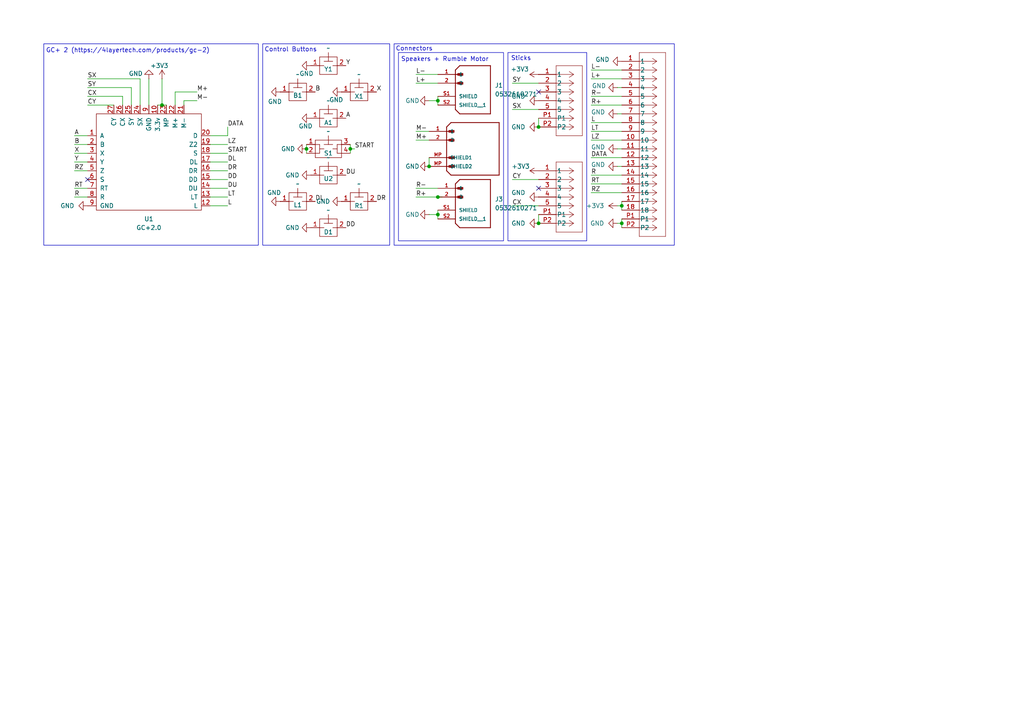
<source format=kicad_sch>
(kicad_sch
	(version 20250114)
	(generator "eeschema")
	(generator_version "9.0")
	(uuid "137f0764-4afb-482c-8c7b-7e62a49a97fe")
	(paper "A4")
	(lib_symbols
		(symbol "0532610271:0532610271"
			(pin_names
				(offset 1.016)
			)
			(exclude_from_sim no)
			(in_bom yes)
			(on_board yes)
			(property "Reference" "J"
				(at 0 6.35 0)
				(effects
					(font
						(size 1.27 1.27)
					)
					(justify left bottom)
				)
			)
			(property "Value" "0532610271"
				(at 0 -10.16 0)
				(effects
					(font
						(size 1.27 1.27)
					)
					(justify left bottom)
				)
			)
			(property "Footprint" "0532610271:MOLEX_0532610271"
				(at 0 0 0)
				(effects
					(font
						(size 1.27 1.27)
					)
					(justify bottom)
					(hide yes)
				)
			)
			(property "Datasheet" ""
				(at 0 0 0)
				(effects
					(font
						(size 1.27 1.27)
					)
					(hide yes)
				)
			)
			(property "Description" ""
				(at 0 0 0)
				(effects
					(font
						(size 1.27 1.27)
					)
					(hide yes)
				)
			)
			(property "PARTREV" "J"
				(at 0 0 0)
				(effects
					(font
						(size 1.27 1.27)
					)
					(justify bottom)
					(hide yes)
				)
			)
			(property "MANUFACTURER" "Molex"
				(at 0 0 0)
				(effects
					(font
						(size 1.27 1.27)
					)
					(justify bottom)
					(hide yes)
				)
			)
			(property "MAXIMUM_PACKAGE_HEIGHT" "3.4 mm"
				(at 0 0 0)
				(effects
					(font
						(size 1.27 1.27)
					)
					(justify bottom)
					(hide yes)
				)
			)
			(property "STANDARD" "Manufacturer Recommendations"
				(at 0 0 0)
				(effects
					(font
						(size 1.27 1.27)
					)
					(justify bottom)
					(hide yes)
				)
			)
			(symbol "0532610271_0_0"
				(polyline
					(pts
						(xy 0 3.81) (xy 0 -7.62)
					)
					(stroke
						(width 0.254)
						(type default)
					)
					(fill
						(type none)
					)
				)
				(polyline
					(pts
						(xy 0 3.81) (xy 1.27 5.08)
					)
					(stroke
						(width 0.254)
						(type default)
					)
					(fill
						(type none)
					)
				)
				(polyline
					(pts
						(xy 0 2.54) (xy 1.905 2.54)
					)
					(stroke
						(width 0.254)
						(type default)
					)
					(fill
						(type none)
					)
				)
				(polyline
					(pts
						(xy 0 0) (xy 1.905 0)
					)
					(stroke
						(width 0.254)
						(type default)
					)
					(fill
						(type none)
					)
				)
				(polyline
					(pts
						(xy 0 -7.62) (xy 1.27 -8.89)
					)
					(stroke
						(width 0.254)
						(type default)
					)
					(fill
						(type none)
					)
				)
				(rectangle
					(start 0.635 2.2225)
					(end 2.2225 2.8575)
					(stroke
						(width 0.1)
						(type default)
					)
					(fill
						(type outline)
					)
				)
				(rectangle
					(start 0.635 -0.3175)
					(end 2.2225 0.3175)
					(stroke
						(width 0.1)
						(type default)
					)
					(fill
						(type outline)
					)
				)
				(polyline
					(pts
						(xy 1.27 -8.89) (xy 10.16 -8.89)
					)
					(stroke
						(width 0.254)
						(type default)
					)
					(fill
						(type none)
					)
				)
				(polyline
					(pts
						(xy 10.16 5.08) (xy 1.27 5.08)
					)
					(stroke
						(width 0.254)
						(type default)
					)
					(fill
						(type none)
					)
				)
				(polyline
					(pts
						(xy 10.16 -8.89) (xy 10.16 5.08)
					)
					(stroke
						(width 0.254)
						(type default)
					)
					(fill
						(type none)
					)
				)
				(pin passive line
					(at -5.08 2.54 0)
					(length 5.08)
					(name "1"
						(effects
							(font
								(size 1.016 1.016)
							)
						)
					)
					(number "1"
						(effects
							(font
								(size 1.016 1.016)
							)
						)
					)
				)
				(pin passive line
					(at -5.08 0 0)
					(length 5.08)
					(name "2"
						(effects
							(font
								(size 1.016 1.016)
							)
						)
					)
					(number "2"
						(effects
							(font
								(size 1.016 1.016)
							)
						)
					)
				)
				(pin passive line
					(at -5.08 -3.81 0)
					(length 5.08)
					(name "SHIELD"
						(effects
							(font
								(size 1.016 1.016)
							)
						)
					)
					(number "S1"
						(effects
							(font
								(size 1.016 1.016)
							)
						)
					)
				)
				(pin passive line
					(at -5.08 -6.35 0)
					(length 5.08)
					(name "SHIELD__1"
						(effects
							(font
								(size 1.016 1.016)
							)
						)
					)
					(number "S2"
						(effects
							(font
								(size 1.016 1.016)
							)
						)
					)
				)
			)
			(embedded_fonts no)
		)
		(symbol "4LAYER_SYMBOLS:GC+2.0"
			(pin_names
				(offset 1.016)
			)
			(exclude_from_sim no)
			(in_bom yes)
			(on_board yes)
			(property "Reference" "U"
				(at 13.97 -27.94 0)
				(effects
					(font
						(size 1.27 1.27)
					)
				)
			)
			(property "Value" "GC+2.0"
				(at 7.62 -27.94 0)
				(effects
					(font
						(size 1.27 1.27)
					)
				)
			)
			(property "Footprint" ""
				(at -1.27 -33.02 0)
				(effects
					(font
						(size 1.27 1.27)
					)
					(hide yes)
				)
			)
			(property "Datasheet" ""
				(at -1.27 -33.02 0)
				(effects
					(font
						(size 1.27 1.27)
					)
					(hide yes)
				)
			)
			(property "Description" ""
				(at 0 0 0)
				(effects
					(font
						(size 1.27 1.27)
					)
					(hide yes)
				)
			)
			(symbol "GC+2.0_0_0"
				(rectangle
					(start -3.81 1.27)
					(end 26.67 -26.67)
					(stroke
						(width 0)
						(type solid)
					)
					(fill
						(type none)
					)
				)
			)
			(symbol "GC+2.0_1_1"
				(pin input line
					(at -6.35 -5.08 0)
					(length 2.54)
					(name "A"
						(effects
							(font
								(size 1.27 1.27)
							)
						)
					)
					(number "1"
						(effects
							(font
								(size 1.27 1.27)
							)
						)
					)
				)
				(pin input line
					(at -6.35 -7.62 0)
					(length 2.54)
					(name "B"
						(effects
							(font
								(size 1.27 1.27)
							)
						)
					)
					(number "2"
						(effects
							(font
								(size 1.27 1.27)
							)
						)
					)
				)
				(pin input line
					(at -6.35 -10.16 0)
					(length 2.54)
					(name "X"
						(effects
							(font
								(size 1.27 1.27)
							)
						)
					)
					(number "3"
						(effects
							(font
								(size 1.27 1.27)
							)
						)
					)
				)
				(pin input line
					(at -6.35 -12.7 0)
					(length 2.54)
					(name "Y"
						(effects
							(font
								(size 1.27 1.27)
							)
						)
					)
					(number "4"
						(effects
							(font
								(size 1.27 1.27)
							)
						)
					)
				)
				(pin input line
					(at -6.35 -15.24 0)
					(length 2.54)
					(name "Z"
						(effects
							(font
								(size 1.27 1.27)
							)
						)
					)
					(number "5"
						(effects
							(font
								(size 1.27 1.27)
							)
						)
					)
				)
				(pin input line
					(at -6.35 -17.78 0)
					(length 2.54)
					(name "S"
						(effects
							(font
								(size 1.27 1.27)
							)
						)
					)
					(number "6"
						(effects
							(font
								(size 1.27 1.27)
							)
						)
					)
				)
				(pin input line
					(at -6.35 -20.32 0)
					(length 2.54)
					(name "RT"
						(effects
							(font
								(size 1.27 1.27)
							)
						)
					)
					(number "7"
						(effects
							(font
								(size 1.27 1.27)
							)
						)
					)
				)
				(pin input line
					(at -6.35 -22.86 0)
					(length 2.54)
					(name "R"
						(effects
							(font
								(size 1.27 1.27)
							)
						)
					)
					(number "8"
						(effects
							(font
								(size 1.27 1.27)
							)
						)
					)
				)
				(pin input line
					(at -6.35 -25.4 0)
					(length 2.54)
					(name "GND"
						(effects
							(font
								(size 1.27 1.27)
							)
						)
					)
					(number "9"
						(effects
							(font
								(size 1.27 1.27)
							)
						)
					)
				)
				(pin input line
					(at 1.27 3.81 270)
					(length 2.54)
					(name "CY"
						(effects
							(font
								(size 1.27 1.27)
							)
						)
					)
					(number "27"
						(effects
							(font
								(size 1.27 1.27)
							)
						)
					)
				)
				(pin input line
					(at 3.81 3.81 270)
					(length 2.54)
					(name "CX"
						(effects
							(font
								(size 1.27 1.27)
							)
						)
					)
					(number "26"
						(effects
							(font
								(size 1.27 1.27)
							)
						)
					)
				)
				(pin input line
					(at 6.35 3.81 270)
					(length 2.54)
					(name "SY"
						(effects
							(font
								(size 1.27 1.27)
							)
						)
					)
					(number "25"
						(effects
							(font
								(size 1.27 1.27)
							)
						)
					)
				)
				(pin input line
					(at 8.89 3.81 270)
					(length 2.54)
					(name "SX"
						(effects
							(font
								(size 1.27 1.27)
							)
						)
					)
					(number "24"
						(effects
							(font
								(size 1.27 1.27)
							)
						)
					)
				)
				(pin input line
					(at 11.43 3.81 270)
					(length 2.54)
					(name "GND"
						(effects
							(font
								(size 1.27 1.27)
							)
						)
					)
					(number "9"
						(effects
							(font
								(size 1.27 1.27)
							)
						)
					)
				)
				(pin input line
					(at 13.97 3.81 270)
					(length 2.54)
					(name "3.3v"
						(effects
							(font
								(size 1.27 1.27)
							)
						)
					)
					(number "10"
						(effects
							(font
								(size 1.27 1.27)
							)
						)
					)
				)
				(pin input line
					(at 16.51 3.81 270)
					(length 2.54)
					(name "MP"
						(effects
							(font
								(size 1.27 1.27)
							)
						)
					)
					(number "23"
						(effects
							(font
								(size 1.27 1.27)
							)
						)
					)
				)
				(pin input line
					(at 19.05 3.81 270)
					(length 2.54)
					(name "M+"
						(effects
							(font
								(size 1.27 1.27)
							)
						)
					)
					(number "22"
						(effects
							(font
								(size 1.27 1.27)
							)
						)
					)
				)
				(pin input line
					(at 21.59 3.81 270)
					(length 2.54)
					(name "M-"
						(effects
							(font
								(size 1.27 1.27)
							)
						)
					)
					(number "21"
						(effects
							(font
								(size 1.27 1.27)
							)
						)
					)
				)
				(pin input line
					(at 29.21 -5.08 180)
					(length 2.54)
					(name "D"
						(effects
							(font
								(size 1.27 1.27)
							)
						)
					)
					(number "20"
						(effects
							(font
								(size 1.27 1.27)
							)
						)
					)
				)
				(pin input line
					(at 29.21 -7.62 180)
					(length 2.54)
					(name "Z2"
						(effects
							(font
								(size 1.27 1.27)
							)
						)
					)
					(number "19"
						(effects
							(font
								(size 1.27 1.27)
							)
						)
					)
				)
				(pin input line
					(at 29.21 -10.16 180)
					(length 2.54)
					(name "S"
						(effects
							(font
								(size 1.27 1.27)
							)
						)
					)
					(number "18"
						(effects
							(font
								(size 1.27 1.27)
							)
						)
					)
				)
				(pin input line
					(at 29.21 -12.7 180)
					(length 2.54)
					(name "DL"
						(effects
							(font
								(size 1.27 1.27)
							)
						)
					)
					(number "17"
						(effects
							(font
								(size 1.27 1.27)
							)
						)
					)
				)
				(pin input line
					(at 29.21 -15.24 180)
					(length 2.54)
					(name "DR"
						(effects
							(font
								(size 1.27 1.27)
							)
						)
					)
					(number "16"
						(effects
							(font
								(size 1.27 1.27)
							)
						)
					)
				)
				(pin input line
					(at 29.21 -17.78 180)
					(length 2.54)
					(name "DD"
						(effects
							(font
								(size 1.27 1.27)
							)
						)
					)
					(number "15"
						(effects
							(font
								(size 1.27 1.27)
							)
						)
					)
				)
				(pin input line
					(at 29.21 -20.32 180)
					(length 2.54)
					(name "DU"
						(effects
							(font
								(size 1.27 1.27)
							)
						)
					)
					(number "14"
						(effects
							(font
								(size 1.27 1.27)
							)
						)
					)
				)
				(pin input line
					(at 29.21 -22.86 180)
					(length 2.54)
					(name "LT"
						(effects
							(font
								(size 1.27 1.27)
							)
						)
					)
					(number "13"
						(effects
							(font
								(size 1.27 1.27)
							)
						)
					)
				)
				(pin input line
					(at 29.21 -25.4 180)
					(length 2.54)
					(name "L"
						(effects
							(font
								(size 1.27 1.27)
							)
						)
					)
					(number "12"
						(effects
							(font
								(size 1.27 1.27)
							)
						)
					)
				)
			)
			(embedded_fonts no)
		)
		(symbol "5037630291_1"
			(pin_names
				(offset 1.016)
			)
			(exclude_from_sim no)
			(in_bom yes)
			(on_board yes)
			(property "Reference" "J2"
				(at 8.89 1.2701 0)
				(effects
					(font
						(size 1.27 1.27)
					)
					(justify left)
					(hide yes)
				)
			)
			(property "Value" "5037630291"
				(at 8.89 -1.2699 0)
				(effects
					(font
						(size 1.27 1.27)
					)
					(justify left)
					(hide yes)
				)
			)
			(property "Footprint" "5037630291:MOLEX_5037630291"
				(at 0 0 0)
				(effects
					(font
						(size 1.27 1.27)
					)
					(justify bottom)
					(hide yes)
				)
			)
			(property "Datasheet" ""
				(at 0 0 0)
				(effects
					(font
						(size 1.27 1.27)
					)
					(hide yes)
				)
			)
			(property "Description" ""
				(at 0 0 0)
				(effects
					(font
						(size 1.27 1.27)
					)
					(hide yes)
				)
			)
			(property "PARTREV" "B"
				(at 0 0 0)
				(effects
					(font
						(size 1.27 1.27)
					)
					(justify bottom)
					(hide yes)
				)
			)
			(property "STANDARD" "Manufacturer Recommendations"
				(at 0 0 0)
				(effects
					(font
						(size 1.27 1.27)
					)
					(justify bottom)
					(hide yes)
				)
			)
			(property "MAXIMUM_PACKAGE_HEIGHT" "1.5 mm"
				(at 0 0 0)
				(effects
					(font
						(size 1.27 1.27)
					)
					(justify bottom)
					(hide yes)
				)
			)
			(property "MANUFACTURER" "Molex"
				(at 0 0 0)
				(effects
					(font
						(size 1.27 1.27)
					)
					(justify bottom)
					(hide yes)
				)
			)
			(symbol "5037630291_1_0_0"
				(polyline
					(pts
						(xy -7.62 6.35) (xy -7.62 -6.35)
					)
					(stroke
						(width 0.254)
						(type default)
					)
					(fill
						(type none)
					)
				)
				(polyline
					(pts
						(xy -7.62 6.35) (xy -6.35 7.62)
					)
					(stroke
						(width 0.254)
						(type default)
					)
					(fill
						(type none)
					)
				)
				(polyline
					(pts
						(xy -7.62 5.08) (xy -5.715 5.08)
					)
					(stroke
						(width 0.254)
						(type default)
					)
					(fill
						(type none)
					)
				)
				(polyline
					(pts
						(xy -7.62 2.54) (xy -5.715 2.54)
					)
					(stroke
						(width 0.254)
						(type default)
					)
					(fill
						(type none)
					)
				)
				(polyline
					(pts
						(xy -7.62 -2.54) (xy -5.715 -2.54)
					)
					(stroke
						(width 0.254)
						(type default)
					)
					(fill
						(type none)
					)
				)
				(polyline
					(pts
						(xy -7.62 -5.08) (xy -5.715 -5.08)
					)
					(stroke
						(width 0.254)
						(type default)
					)
					(fill
						(type none)
					)
				)
				(polyline
					(pts
						(xy -7.62 -6.35) (xy -6.35 -7.62)
					)
					(stroke
						(width 0.254)
						(type default)
					)
					(fill
						(type none)
					)
				)
				(rectangle
					(start -6.985 4.7625)
					(end -5.3975 5.3975)
					(stroke
						(width 0.1)
						(type default)
					)
					(fill
						(type outline)
					)
				)
				(rectangle
					(start -6.985 2.2225)
					(end -5.3975 2.8575)
					(stroke
						(width 0.1)
						(type default)
					)
					(fill
						(type outline)
					)
				)
				(rectangle
					(start -6.985 -2.8575)
					(end -5.3975 -2.2225)
					(stroke
						(width 0.1)
						(type default)
					)
					(fill
						(type outline)
					)
				)
				(rectangle
					(start -6.985 -5.3975)
					(end -5.3975 -4.7625)
					(stroke
						(width 0.1)
						(type default)
					)
					(fill
						(type outline)
					)
				)
				(polyline
					(pts
						(xy -6.35 -7.62) (xy 7.62 -7.62)
					)
					(stroke
						(width 0.254)
						(type default)
					)
					(fill
						(type none)
					)
				)
				(polyline
					(pts
						(xy 7.62 7.62) (xy -6.35 7.62)
					)
					(stroke
						(width 0.254)
						(type default)
					)
					(fill
						(type none)
					)
				)
				(polyline
					(pts
						(xy 7.62 -7.62) (xy 7.62 7.62)
					)
					(stroke
						(width 0.254)
						(type default)
					)
					(fill
						(type none)
					)
				)
				(pin passive line
					(at -12.7 5.08 0)
					(length 5.08)
					(name "1"
						(effects
							(font
								(size 1.016 1.016)
							)
						)
					)
					(number "1"
						(effects
							(font
								(size 1.016 1.016)
							)
						)
					)
				)
				(pin passive line
					(at -12.7 2.54 0)
					(length 5.08)
					(name "2"
						(effects
							(font
								(size 1.016 1.016)
							)
						)
					)
					(number "2"
						(effects
							(font
								(size 1.016 1.016)
							)
						)
					)
				)
			)
			(symbol "5037630291_1_1_0"
				(pin passive line
					(at -12.7 -2.54 0)
					(length 5.08)
					(name "SHIELD1"
						(effects
							(font
								(size 1.016 1.016)
							)
						)
					)
					(number "MP"
						(effects
							(font
								(size 1.016 1.016)
							)
						)
					)
				)
				(pin passive line
					(at -12.7 -5.08 0)
					(length 5.08)
					(name "SHIELD2"
						(effects
							(font
								(size 1.016 1.016)
							)
						)
					)
					(number "MP"
						(effects
							(font
								(size 1.016 1.016)
							)
						)
					)
				)
			)
			(embedded_fonts no)
		)
		(symbol "5051100592:5051100592"
			(pin_names
				(offset 0.254)
			)
			(exclude_from_sim no)
			(in_bom yes)
			(on_board yes)
			(property "Reference" "J"
				(at 8.89 6.35 0)
				(effects
					(font
						(size 1.524 1.524)
					)
				)
			)
			(property "Value" "5051100592"
				(at 0 0 0)
				(effects
					(font
						(size 1.524 1.524)
					)
				)
			)
			(property "Footprint" "CON_5051100592_MOL"
				(at 0 0 0)
				(effects
					(font
						(size 1.27 1.27)
						(italic yes)
					)
					(hide yes)
				)
			)
			(property "Datasheet" "5051100592"
				(at 0 0 0)
				(effects
					(font
						(size 1.27 1.27)
						(italic yes)
					)
					(hide yes)
				)
			)
			(property "Description" ""
				(at 0 0 0)
				(effects
					(font
						(size 1.27 1.27)
					)
					(hide yes)
				)
			)
			(property "ki_locked" ""
				(at 0 0 0)
				(effects
					(font
						(size 1.27 1.27)
					)
				)
			)
			(property "ki_keywords" "5051100592"
				(at 0 0 0)
				(effects
					(font
						(size 1.27 1.27)
					)
					(hide yes)
				)
			)
			(property "ki_fp_filters" "CON_5051100592_MOL"
				(at 0 0 0)
				(effects
					(font
						(size 1.27 1.27)
					)
					(hide yes)
				)
			)
			(symbol "5051100592_1_1"
				(polyline
					(pts
						(xy 5.08 2.54) (xy 5.08 -17.78)
					)
					(stroke
						(width 0.127)
						(type default)
					)
					(fill
						(type none)
					)
				)
				(polyline
					(pts
						(xy 5.08 -17.78) (xy 12.7 -17.78)
					)
					(stroke
						(width 0.127)
						(type default)
					)
					(fill
						(type none)
					)
				)
				(polyline
					(pts
						(xy 10.16 0) (xy 5.08 0)
					)
					(stroke
						(width 0.127)
						(type default)
					)
					(fill
						(type none)
					)
				)
				(polyline
					(pts
						(xy 10.16 0) (xy 8.89 0.8467)
					)
					(stroke
						(width 0.127)
						(type default)
					)
					(fill
						(type none)
					)
				)
				(polyline
					(pts
						(xy 10.16 0) (xy 8.89 -0.8467)
					)
					(stroke
						(width 0.127)
						(type default)
					)
					(fill
						(type none)
					)
				)
				(polyline
					(pts
						(xy 10.16 -2.54) (xy 5.08 -2.54)
					)
					(stroke
						(width 0.127)
						(type default)
					)
					(fill
						(type none)
					)
				)
				(polyline
					(pts
						(xy 10.16 -2.54) (xy 8.89 -1.6933)
					)
					(stroke
						(width 0.127)
						(type default)
					)
					(fill
						(type none)
					)
				)
				(polyline
					(pts
						(xy 10.16 -2.54) (xy 8.89 -3.3867)
					)
					(stroke
						(width 0.127)
						(type default)
					)
					(fill
						(type none)
					)
				)
				(polyline
					(pts
						(xy 10.16 -5.08) (xy 5.08 -5.08)
					)
					(stroke
						(width 0.127)
						(type default)
					)
					(fill
						(type none)
					)
				)
				(polyline
					(pts
						(xy 10.16 -5.08) (xy 8.89 -4.2333)
					)
					(stroke
						(width 0.127)
						(type default)
					)
					(fill
						(type none)
					)
				)
				(polyline
					(pts
						(xy 10.16 -5.08) (xy 8.89 -5.9267)
					)
					(stroke
						(width 0.127)
						(type default)
					)
					(fill
						(type none)
					)
				)
				(polyline
					(pts
						(xy 10.16 -7.62) (xy 5.08 -7.62)
					)
					(stroke
						(width 0.127)
						(type default)
					)
					(fill
						(type none)
					)
				)
				(polyline
					(pts
						(xy 10.16 -7.62) (xy 8.89 -6.7733)
					)
					(stroke
						(width 0.127)
						(type default)
					)
					(fill
						(type none)
					)
				)
				(polyline
					(pts
						(xy 10.16 -7.62) (xy 8.89 -8.4667)
					)
					(stroke
						(width 0.127)
						(type default)
					)
					(fill
						(type none)
					)
				)
				(polyline
					(pts
						(xy 10.16 -10.16) (xy 5.08 -10.16)
					)
					(stroke
						(width 0.127)
						(type default)
					)
					(fill
						(type none)
					)
				)
				(polyline
					(pts
						(xy 10.16 -10.16) (xy 8.89 -9.3133)
					)
					(stroke
						(width 0.127)
						(type default)
					)
					(fill
						(type none)
					)
				)
				(polyline
					(pts
						(xy 10.16 -10.16) (xy 8.89 -11.0067)
					)
					(stroke
						(width 0.127)
						(type default)
					)
					(fill
						(type none)
					)
				)
				(polyline
					(pts
						(xy 10.16 -12.7) (xy 5.08 -12.7)
					)
					(stroke
						(width 0.127)
						(type default)
					)
					(fill
						(type none)
					)
				)
				(polyline
					(pts
						(xy 10.16 -12.7) (xy 8.89 -11.8533)
					)
					(stroke
						(width 0.127)
						(type default)
					)
					(fill
						(type none)
					)
				)
				(polyline
					(pts
						(xy 10.16 -12.7) (xy 8.89 -13.5467)
					)
					(stroke
						(width 0.127)
						(type default)
					)
					(fill
						(type none)
					)
				)
				(polyline
					(pts
						(xy 10.16 -15.24) (xy 5.08 -15.24)
					)
					(stroke
						(width 0.127)
						(type default)
					)
					(fill
						(type none)
					)
				)
				(polyline
					(pts
						(xy 10.16 -15.24) (xy 8.89 -14.3933)
					)
					(stroke
						(width 0.127)
						(type default)
					)
					(fill
						(type none)
					)
				)
				(polyline
					(pts
						(xy 10.16 -15.24) (xy 8.89 -16.0867)
					)
					(stroke
						(width 0.127)
						(type default)
					)
					(fill
						(type none)
					)
				)
				(polyline
					(pts
						(xy 12.7 2.54) (xy 5.08 2.54)
					)
					(stroke
						(width 0.127)
						(type default)
					)
					(fill
						(type none)
					)
				)
				(polyline
					(pts
						(xy 12.7 -17.78) (xy 12.7 2.54)
					)
					(stroke
						(width 0.127)
						(type default)
					)
					(fill
						(type none)
					)
				)
				(pin unspecified line
					(at 0 0 0)
					(length 5.08)
					(name "1"
						(effects
							(font
								(size 1.27 1.27)
							)
						)
					)
					(number "1"
						(effects
							(font
								(size 1.27 1.27)
							)
						)
					)
				)
				(pin unspecified line
					(at 0 -2.54 0)
					(length 5.08)
					(name "2"
						(effects
							(font
								(size 1.27 1.27)
							)
						)
					)
					(number "2"
						(effects
							(font
								(size 1.27 1.27)
							)
						)
					)
				)
				(pin unspecified line
					(at 0 -5.08 0)
					(length 5.08)
					(name "3"
						(effects
							(font
								(size 1.27 1.27)
							)
						)
					)
					(number "3"
						(effects
							(font
								(size 1.27 1.27)
							)
						)
					)
				)
				(pin unspecified line
					(at 0 -7.62 0)
					(length 5.08)
					(name "4"
						(effects
							(font
								(size 1.27 1.27)
							)
						)
					)
					(number "4"
						(effects
							(font
								(size 1.27 1.27)
							)
						)
					)
				)
				(pin unspecified line
					(at 0 -10.16 0)
					(length 5.08)
					(name "5"
						(effects
							(font
								(size 1.27 1.27)
							)
						)
					)
					(number "5"
						(effects
							(font
								(size 1.27 1.27)
							)
						)
					)
				)
				(pin unspecified line
					(at 0 -12.7 0)
					(length 5.08)
					(name "P1"
						(effects
							(font
								(size 1.27 1.27)
							)
						)
					)
					(number "P1"
						(effects
							(font
								(size 1.27 1.27)
							)
						)
					)
				)
				(pin unspecified line
					(at 0 -15.24 0)
					(length 5.08)
					(name "P2"
						(effects
							(font
								(size 1.27 1.27)
							)
						)
					)
					(number "P2"
						(effects
							(font
								(size 1.27 1.27)
							)
						)
					)
				)
			)
			(symbol "5051100592_1_2"
				(polyline
					(pts
						(xy 5.08 2.54) (xy 5.08 -17.78)
					)
					(stroke
						(width 0.127)
						(type default)
					)
					(fill
						(type none)
					)
				)
				(polyline
					(pts
						(xy 5.08 -17.78) (xy 12.7 -17.78)
					)
					(stroke
						(width 0.127)
						(type default)
					)
					(fill
						(type none)
					)
				)
				(polyline
					(pts
						(xy 7.62 0) (xy 5.08 0)
					)
					(stroke
						(width 0.127)
						(type default)
					)
					(fill
						(type none)
					)
				)
				(polyline
					(pts
						(xy 7.62 0) (xy 8.89 0.8467)
					)
					(stroke
						(width 0.127)
						(type default)
					)
					(fill
						(type none)
					)
				)
				(polyline
					(pts
						(xy 7.62 0) (xy 8.89 -0.8467)
					)
					(stroke
						(width 0.127)
						(type default)
					)
					(fill
						(type none)
					)
				)
				(polyline
					(pts
						(xy 7.62 -2.54) (xy 5.08 -2.54)
					)
					(stroke
						(width 0.127)
						(type default)
					)
					(fill
						(type none)
					)
				)
				(polyline
					(pts
						(xy 7.62 -2.54) (xy 8.89 -1.6933)
					)
					(stroke
						(width 0.127)
						(type default)
					)
					(fill
						(type none)
					)
				)
				(polyline
					(pts
						(xy 7.62 -2.54) (xy 8.89 -3.3867)
					)
					(stroke
						(width 0.127)
						(type default)
					)
					(fill
						(type none)
					)
				)
				(polyline
					(pts
						(xy 7.62 -5.08) (xy 5.08 -5.08)
					)
					(stroke
						(width 0.127)
						(type default)
					)
					(fill
						(type none)
					)
				)
				(polyline
					(pts
						(xy 7.62 -5.08) (xy 8.89 -4.2333)
					)
					(stroke
						(width 0.127)
						(type default)
					)
					(fill
						(type none)
					)
				)
				(polyline
					(pts
						(xy 7.62 -5.08) (xy 8.89 -5.9267)
					)
					(stroke
						(width 0.127)
						(type default)
					)
					(fill
						(type none)
					)
				)
				(polyline
					(pts
						(xy 7.62 -7.62) (xy 5.08 -7.62)
					)
					(stroke
						(width 0.127)
						(type default)
					)
					(fill
						(type none)
					)
				)
				(polyline
					(pts
						(xy 7.62 -7.62) (xy 8.89 -6.7733)
					)
					(stroke
						(width 0.127)
						(type default)
					)
					(fill
						(type none)
					)
				)
				(polyline
					(pts
						(xy 7.62 -7.62) (xy 8.89 -8.4667)
					)
					(stroke
						(width 0.127)
						(type default)
					)
					(fill
						(type none)
					)
				)
				(polyline
					(pts
						(xy 7.62 -10.16) (xy 5.08 -10.16)
					)
					(stroke
						(width 0.127)
						(type default)
					)
					(fill
						(type none)
					)
				)
				(polyline
					(pts
						(xy 7.62 -10.16) (xy 8.89 -9.3133)
					)
					(stroke
						(width 0.127)
						(type default)
					)
					(fill
						(type none)
					)
				)
				(polyline
					(pts
						(xy 7.62 -10.16) (xy 8.89 -11.0067)
					)
					(stroke
						(width 0.127)
						(type default)
					)
					(fill
						(type none)
					)
				)
				(polyline
					(pts
						(xy 7.62 -12.7) (xy 5.08 -12.7)
					)
					(stroke
						(width 0.127)
						(type default)
					)
					(fill
						(type none)
					)
				)
				(polyline
					(pts
						(xy 7.62 -12.7) (xy 8.89 -11.8533)
					)
					(stroke
						(width 0.127)
						(type default)
					)
					(fill
						(type none)
					)
				)
				(polyline
					(pts
						(xy 7.62 -12.7) (xy 8.89 -13.5467)
					)
					(stroke
						(width 0.127)
						(type default)
					)
					(fill
						(type none)
					)
				)
				(polyline
					(pts
						(xy 7.62 -15.24) (xy 5.08 -15.24)
					)
					(stroke
						(width 0.127)
						(type default)
					)
					(fill
						(type none)
					)
				)
				(polyline
					(pts
						(xy 7.62 -15.24) (xy 8.89 -14.3933)
					)
					(stroke
						(width 0.127)
						(type default)
					)
					(fill
						(type none)
					)
				)
				(polyline
					(pts
						(xy 7.62 -15.24) (xy 8.89 -16.0867)
					)
					(stroke
						(width 0.127)
						(type default)
					)
					(fill
						(type none)
					)
				)
				(polyline
					(pts
						(xy 12.7 2.54) (xy 5.08 2.54)
					)
					(stroke
						(width 0.127)
						(type default)
					)
					(fill
						(type none)
					)
				)
				(polyline
					(pts
						(xy 12.7 -17.78) (xy 12.7 2.54)
					)
					(stroke
						(width 0.127)
						(type default)
					)
					(fill
						(type none)
					)
				)
				(pin unspecified line
					(at 0 0 0)
					(length 5.08)
					(name "1"
						(effects
							(font
								(size 1.27 1.27)
							)
						)
					)
					(number "1"
						(effects
							(font
								(size 1.27 1.27)
							)
						)
					)
				)
				(pin unspecified line
					(at 0 -2.54 0)
					(length 5.08)
					(name "2"
						(effects
							(font
								(size 1.27 1.27)
							)
						)
					)
					(number "2"
						(effects
							(font
								(size 1.27 1.27)
							)
						)
					)
				)
				(pin unspecified line
					(at 0 -5.08 0)
					(length 5.08)
					(name "3"
						(effects
							(font
								(size 1.27 1.27)
							)
						)
					)
					(number "3"
						(effects
							(font
								(size 1.27 1.27)
							)
						)
					)
				)
				(pin unspecified line
					(at 0 -7.62 0)
					(length 5.08)
					(name "4"
						(effects
							(font
								(size 1.27 1.27)
							)
						)
					)
					(number "4"
						(effects
							(font
								(size 1.27 1.27)
							)
						)
					)
				)
				(pin unspecified line
					(at 0 -10.16 0)
					(length 5.08)
					(name "5"
						(effects
							(font
								(size 1.27 1.27)
							)
						)
					)
					(number "5"
						(effects
							(font
								(size 1.27 1.27)
							)
						)
					)
				)
				(pin unspecified line
					(at 0 -12.7 0)
					(length 5.08)
					(name "P1"
						(effects
							(font
								(size 1.27 1.27)
							)
						)
					)
					(number "P1"
						(effects
							(font
								(size 1.27 1.27)
							)
						)
					)
				)
				(pin unspecified line
					(at 0 -15.24 0)
					(length 5.08)
					(name "P2"
						(effects
							(font
								(size 1.27 1.27)
							)
						)
					)
					(number "P2"
						(effects
							(font
								(size 1.27 1.27)
							)
						)
					)
				)
			)
			(embedded_fonts no)
		)
		(symbol "5051101892:5051101892"
			(pin_names
				(offset 0.254)
			)
			(exclude_from_sim no)
			(in_bom yes)
			(on_board yes)
			(property "Reference" "J"
				(at 8.89 6.35 0)
				(effects
					(font
						(size 1.524 1.524)
					)
				)
			)
			(property "Value" "5051101892"
				(at 0 0 0)
				(effects
					(font
						(size 1.524 1.524)
					)
				)
			)
			(property "Footprint" "CON_5051101892_MOL"
				(at 0 0 0)
				(effects
					(font
						(size 1.27 1.27)
						(italic yes)
					)
					(hide yes)
				)
			)
			(property "Datasheet" "5051101892"
				(at 0 0 0)
				(effects
					(font
						(size 1.27 1.27)
						(italic yes)
					)
					(hide yes)
				)
			)
			(property "Description" ""
				(at 0 0 0)
				(effects
					(font
						(size 1.27 1.27)
					)
					(hide yes)
				)
			)
			(property "ki_locked" ""
				(at 0 0 0)
				(effects
					(font
						(size 1.27 1.27)
					)
				)
			)
			(property "ki_keywords" "5051101892"
				(at 0 0 0)
				(effects
					(font
						(size 1.27 1.27)
					)
					(hide yes)
				)
			)
			(property "ki_fp_filters" "CON_5051101892_MOL"
				(at 0 0 0)
				(effects
					(font
						(size 1.27 1.27)
					)
					(hide yes)
				)
			)
			(symbol "5051101892_1_1"
				(polyline
					(pts
						(xy 5.08 2.54) (xy 5.08 -50.8)
					)
					(stroke
						(width 0.127)
						(type default)
					)
					(fill
						(type none)
					)
				)
				(polyline
					(pts
						(xy 5.08 -50.8) (xy 12.7 -50.8)
					)
					(stroke
						(width 0.127)
						(type default)
					)
					(fill
						(type none)
					)
				)
				(polyline
					(pts
						(xy 10.16 0) (xy 5.08 0)
					)
					(stroke
						(width 0.127)
						(type default)
					)
					(fill
						(type none)
					)
				)
				(polyline
					(pts
						(xy 10.16 0) (xy 8.89 0.8467)
					)
					(stroke
						(width 0.127)
						(type default)
					)
					(fill
						(type none)
					)
				)
				(polyline
					(pts
						(xy 10.16 0) (xy 8.89 -0.8467)
					)
					(stroke
						(width 0.127)
						(type default)
					)
					(fill
						(type none)
					)
				)
				(polyline
					(pts
						(xy 10.16 -2.54) (xy 5.08 -2.54)
					)
					(stroke
						(width 0.127)
						(type default)
					)
					(fill
						(type none)
					)
				)
				(polyline
					(pts
						(xy 10.16 -2.54) (xy 8.89 -1.6933)
					)
					(stroke
						(width 0.127)
						(type default)
					)
					(fill
						(type none)
					)
				)
				(polyline
					(pts
						(xy 10.16 -2.54) (xy 8.89 -3.3867)
					)
					(stroke
						(width 0.127)
						(type default)
					)
					(fill
						(type none)
					)
				)
				(polyline
					(pts
						(xy 10.16 -5.08) (xy 5.08 -5.08)
					)
					(stroke
						(width 0.127)
						(type default)
					)
					(fill
						(type none)
					)
				)
				(polyline
					(pts
						(xy 10.16 -5.08) (xy 8.89 -4.2333)
					)
					(stroke
						(width 0.127)
						(type default)
					)
					(fill
						(type none)
					)
				)
				(polyline
					(pts
						(xy 10.16 -5.08) (xy 8.89 -5.9267)
					)
					(stroke
						(width 0.127)
						(type default)
					)
					(fill
						(type none)
					)
				)
				(polyline
					(pts
						(xy 10.16 -7.62) (xy 5.08 -7.62)
					)
					(stroke
						(width 0.127)
						(type default)
					)
					(fill
						(type none)
					)
				)
				(polyline
					(pts
						(xy 10.16 -7.62) (xy 8.89 -6.7733)
					)
					(stroke
						(width 0.127)
						(type default)
					)
					(fill
						(type none)
					)
				)
				(polyline
					(pts
						(xy 10.16 -7.62) (xy 8.89 -8.4667)
					)
					(stroke
						(width 0.127)
						(type default)
					)
					(fill
						(type none)
					)
				)
				(polyline
					(pts
						(xy 10.16 -10.16) (xy 5.08 -10.16)
					)
					(stroke
						(width 0.127)
						(type default)
					)
					(fill
						(type none)
					)
				)
				(polyline
					(pts
						(xy 10.16 -10.16) (xy 8.89 -9.3133)
					)
					(stroke
						(width 0.127)
						(type default)
					)
					(fill
						(type none)
					)
				)
				(polyline
					(pts
						(xy 10.16 -10.16) (xy 8.89 -11.0067)
					)
					(stroke
						(width 0.127)
						(type default)
					)
					(fill
						(type none)
					)
				)
				(polyline
					(pts
						(xy 10.16 -12.7) (xy 5.08 -12.7)
					)
					(stroke
						(width 0.127)
						(type default)
					)
					(fill
						(type none)
					)
				)
				(polyline
					(pts
						(xy 10.16 -12.7) (xy 8.89 -11.8533)
					)
					(stroke
						(width 0.127)
						(type default)
					)
					(fill
						(type none)
					)
				)
				(polyline
					(pts
						(xy 10.16 -12.7) (xy 8.89 -13.5467)
					)
					(stroke
						(width 0.127)
						(type default)
					)
					(fill
						(type none)
					)
				)
				(polyline
					(pts
						(xy 10.16 -15.24) (xy 5.08 -15.24)
					)
					(stroke
						(width 0.127)
						(type default)
					)
					(fill
						(type none)
					)
				)
				(polyline
					(pts
						(xy 10.16 -15.24) (xy 8.89 -14.3933)
					)
					(stroke
						(width 0.127)
						(type default)
					)
					(fill
						(type none)
					)
				)
				(polyline
					(pts
						(xy 10.16 -15.24) (xy 8.89 -16.0867)
					)
					(stroke
						(width 0.127)
						(type default)
					)
					(fill
						(type none)
					)
				)
				(polyline
					(pts
						(xy 10.16 -17.78) (xy 5.08 -17.78)
					)
					(stroke
						(width 0.127)
						(type default)
					)
					(fill
						(type none)
					)
				)
				(polyline
					(pts
						(xy 10.16 -17.78) (xy 8.89 -16.9333)
					)
					(stroke
						(width 0.127)
						(type default)
					)
					(fill
						(type none)
					)
				)
				(polyline
					(pts
						(xy 10.16 -17.78) (xy 8.89 -18.6267)
					)
					(stroke
						(width 0.127)
						(type default)
					)
					(fill
						(type none)
					)
				)
				(polyline
					(pts
						(xy 10.16 -20.32) (xy 5.08 -20.32)
					)
					(stroke
						(width 0.127)
						(type default)
					)
					(fill
						(type none)
					)
				)
				(polyline
					(pts
						(xy 10.16 -20.32) (xy 8.89 -19.4733)
					)
					(stroke
						(width 0.127)
						(type default)
					)
					(fill
						(type none)
					)
				)
				(polyline
					(pts
						(xy 10.16 -20.32) (xy 8.89 -21.1667)
					)
					(stroke
						(width 0.127)
						(type default)
					)
					(fill
						(type none)
					)
				)
				(polyline
					(pts
						(xy 10.16 -22.86) (xy 5.08 -22.86)
					)
					(stroke
						(width 0.127)
						(type default)
					)
					(fill
						(type none)
					)
				)
				(polyline
					(pts
						(xy 10.16 -22.86) (xy 8.89 -22.0133)
					)
					(stroke
						(width 0.127)
						(type default)
					)
					(fill
						(type none)
					)
				)
				(polyline
					(pts
						(xy 10.16 -22.86) (xy 8.89 -23.7067)
					)
					(stroke
						(width 0.127)
						(type default)
					)
					(fill
						(type none)
					)
				)
				(polyline
					(pts
						(xy 10.16 -25.4) (xy 5.08 -25.4)
					)
					(stroke
						(width 0.127)
						(type default)
					)
					(fill
						(type none)
					)
				)
				(polyline
					(pts
						(xy 10.16 -25.4) (xy 8.89 -24.5533)
					)
					(stroke
						(width 0.127)
						(type default)
					)
					(fill
						(type none)
					)
				)
				(polyline
					(pts
						(xy 10.16 -25.4) (xy 8.89 -26.2467)
					)
					(stroke
						(width 0.127)
						(type default)
					)
					(fill
						(type none)
					)
				)
				(polyline
					(pts
						(xy 10.16 -27.94) (xy 5.08 -27.94)
					)
					(stroke
						(width 0.127)
						(type default)
					)
					(fill
						(type none)
					)
				)
				(polyline
					(pts
						(xy 10.16 -27.94) (xy 8.89 -27.0933)
					)
					(stroke
						(width 0.127)
						(type default)
					)
					(fill
						(type none)
					)
				)
				(polyline
					(pts
						(xy 10.16 -27.94) (xy 8.89 -28.7867)
					)
					(stroke
						(width 0.127)
						(type default)
					)
					(fill
						(type none)
					)
				)
				(polyline
					(pts
						(xy 10.16 -30.48) (xy 5.08 -30.48)
					)
					(stroke
						(width 0.127)
						(type default)
					)
					(fill
						(type none)
					)
				)
				(polyline
					(pts
						(xy 10.16 -30.48) (xy 8.89 -29.6333)
					)
					(stroke
						(width 0.127)
						(type default)
					)
					(fill
						(type none)
					)
				)
				(polyline
					(pts
						(xy 10.16 -30.48) (xy 8.89 -31.3267)
					)
					(stroke
						(width 0.127)
						(type default)
					)
					(fill
						(type none)
					)
				)
				(polyline
					(pts
						(xy 10.16 -33.02) (xy 5.08 -33.02)
					)
					(stroke
						(width 0.127)
						(type default)
					)
					(fill
						(type none)
					)
				)
				(polyline
					(pts
						(xy 10.16 -33.02) (xy 8.89 -32.1733)
					)
					(stroke
						(width 0.127)
						(type default)
					)
					(fill
						(type none)
					)
				)
				(polyline
					(pts
						(xy 10.16 -33.02) (xy 8.89 -33.8667)
					)
					(stroke
						(width 0.127)
						(type default)
					)
					(fill
						(type none)
					)
				)
				(polyline
					(pts
						(xy 10.16 -35.56) (xy 5.08 -35.56)
					)
					(stroke
						(width 0.127)
						(type default)
					)
					(fill
						(type none)
					)
				)
				(polyline
					(pts
						(xy 10.16 -35.56) (xy 8.89 -34.7133)
					)
					(stroke
						(width 0.127)
						(type default)
					)
					(fill
						(type none)
					)
				)
				(polyline
					(pts
						(xy 10.16 -35.56) (xy 8.89 -36.4067)
					)
					(stroke
						(width 0.127)
						(type default)
					)
					(fill
						(type none)
					)
				)
				(polyline
					(pts
						(xy 10.16 -38.1) (xy 5.08 -38.1)
					)
					(stroke
						(width 0.127)
						(type default)
					)
					(fill
						(type none)
					)
				)
				(polyline
					(pts
						(xy 10.16 -38.1) (xy 8.89 -37.2533)
					)
					(stroke
						(width 0.127)
						(type default)
					)
					(fill
						(type none)
					)
				)
				(polyline
					(pts
						(xy 10.16 -38.1) (xy 8.89 -38.9467)
					)
					(stroke
						(width 0.127)
						(type default)
					)
					(fill
						(type none)
					)
				)
				(polyline
					(pts
						(xy 10.16 -40.64) (xy 5.08 -40.64)
					)
					(stroke
						(width 0.127)
						(type default)
					)
					(fill
						(type none)
					)
				)
				(polyline
					(pts
						(xy 10.16 -40.64) (xy 8.89 -39.7933)
					)
					(stroke
						(width 0.127)
						(type default)
					)
					(fill
						(type none)
					)
				)
				(polyline
					(pts
						(xy 10.16 -40.64) (xy 8.89 -41.4867)
					)
					(stroke
						(width 0.127)
						(type default)
					)
					(fill
						(type none)
					)
				)
				(polyline
					(pts
						(xy 10.16 -43.18) (xy 5.08 -43.18)
					)
					(stroke
						(width 0.127)
						(type default)
					)
					(fill
						(type none)
					)
				)
				(polyline
					(pts
						(xy 10.16 -43.18) (xy 8.89 -42.3333)
					)
					(stroke
						(width 0.127)
						(type default)
					)
					(fill
						(type none)
					)
				)
				(polyline
					(pts
						(xy 10.16 -43.18) (xy 8.89 -44.0267)
					)
					(stroke
						(width 0.127)
						(type default)
					)
					(fill
						(type none)
					)
				)
				(polyline
					(pts
						(xy 10.16 -45.72) (xy 5.08 -45.72)
					)
					(stroke
						(width 0.127)
						(type default)
					)
					(fill
						(type none)
					)
				)
				(polyline
					(pts
						(xy 10.16 -45.72) (xy 8.89 -44.8733)
					)
					(stroke
						(width 0.127)
						(type default)
					)
					(fill
						(type none)
					)
				)
				(polyline
					(pts
						(xy 10.16 -45.72) (xy 8.89 -46.5667)
					)
					(stroke
						(width 0.127)
						(type default)
					)
					(fill
						(type none)
					)
				)
				(polyline
					(pts
						(xy 10.16 -48.26) (xy 5.08 -48.26)
					)
					(stroke
						(width 0.127)
						(type default)
					)
					(fill
						(type none)
					)
				)
				(polyline
					(pts
						(xy 10.16 -48.26) (xy 8.89 -47.4133)
					)
					(stroke
						(width 0.127)
						(type default)
					)
					(fill
						(type none)
					)
				)
				(polyline
					(pts
						(xy 10.16 -48.26) (xy 8.89 -49.1067)
					)
					(stroke
						(width 0.127)
						(type default)
					)
					(fill
						(type none)
					)
				)
				(polyline
					(pts
						(xy 12.7 2.54) (xy 5.08 2.54)
					)
					(stroke
						(width 0.127)
						(type default)
					)
					(fill
						(type none)
					)
				)
				(polyline
					(pts
						(xy 12.7 -50.8) (xy 12.7 2.54)
					)
					(stroke
						(width 0.127)
						(type default)
					)
					(fill
						(type none)
					)
				)
				(pin unspecified line
					(at 0 0 0)
					(length 5.08)
					(name "1"
						(effects
							(font
								(size 1.27 1.27)
							)
						)
					)
					(number "1"
						(effects
							(font
								(size 1.27 1.27)
							)
						)
					)
				)
				(pin unspecified line
					(at 0 -2.54 0)
					(length 5.08)
					(name "2"
						(effects
							(font
								(size 1.27 1.27)
							)
						)
					)
					(number "2"
						(effects
							(font
								(size 1.27 1.27)
							)
						)
					)
				)
				(pin unspecified line
					(at 0 -5.08 0)
					(length 5.08)
					(name "3"
						(effects
							(font
								(size 1.27 1.27)
							)
						)
					)
					(number "3"
						(effects
							(font
								(size 1.27 1.27)
							)
						)
					)
				)
				(pin unspecified line
					(at 0 -7.62 0)
					(length 5.08)
					(name "4"
						(effects
							(font
								(size 1.27 1.27)
							)
						)
					)
					(number "4"
						(effects
							(font
								(size 1.27 1.27)
							)
						)
					)
				)
				(pin unspecified line
					(at 0 -10.16 0)
					(length 5.08)
					(name "5"
						(effects
							(font
								(size 1.27 1.27)
							)
						)
					)
					(number "5"
						(effects
							(font
								(size 1.27 1.27)
							)
						)
					)
				)
				(pin unspecified line
					(at 0 -12.7 0)
					(length 5.08)
					(name "6"
						(effects
							(font
								(size 1.27 1.27)
							)
						)
					)
					(number "6"
						(effects
							(font
								(size 1.27 1.27)
							)
						)
					)
				)
				(pin unspecified line
					(at 0 -15.24 0)
					(length 5.08)
					(name "7"
						(effects
							(font
								(size 1.27 1.27)
							)
						)
					)
					(number "7"
						(effects
							(font
								(size 1.27 1.27)
							)
						)
					)
				)
				(pin unspecified line
					(at 0 -17.78 0)
					(length 5.08)
					(name "8"
						(effects
							(font
								(size 1.27 1.27)
							)
						)
					)
					(number "8"
						(effects
							(font
								(size 1.27 1.27)
							)
						)
					)
				)
				(pin unspecified line
					(at 0 -20.32 0)
					(length 5.08)
					(name "9"
						(effects
							(font
								(size 1.27 1.27)
							)
						)
					)
					(number "9"
						(effects
							(font
								(size 1.27 1.27)
							)
						)
					)
				)
				(pin unspecified line
					(at 0 -22.86 0)
					(length 5.08)
					(name "10"
						(effects
							(font
								(size 1.27 1.27)
							)
						)
					)
					(number "10"
						(effects
							(font
								(size 1.27 1.27)
							)
						)
					)
				)
				(pin unspecified line
					(at 0 -25.4 0)
					(length 5.08)
					(name "11"
						(effects
							(font
								(size 1.27 1.27)
							)
						)
					)
					(number "11"
						(effects
							(font
								(size 1.27 1.27)
							)
						)
					)
				)
				(pin unspecified line
					(at 0 -27.94 0)
					(length 5.08)
					(name "12"
						(effects
							(font
								(size 1.27 1.27)
							)
						)
					)
					(number "12"
						(effects
							(font
								(size 1.27 1.27)
							)
						)
					)
				)
				(pin unspecified line
					(at 0 -30.48 0)
					(length 5.08)
					(name "13"
						(effects
							(font
								(size 1.27 1.27)
							)
						)
					)
					(number "13"
						(effects
							(font
								(size 1.27 1.27)
							)
						)
					)
				)
				(pin unspecified line
					(at 0 -33.02 0)
					(length 5.08)
					(name "14"
						(effects
							(font
								(size 1.27 1.27)
							)
						)
					)
					(number "14"
						(effects
							(font
								(size 1.27 1.27)
							)
						)
					)
				)
				(pin unspecified line
					(at 0 -35.56 0)
					(length 5.08)
					(name "15"
						(effects
							(font
								(size 1.27 1.27)
							)
						)
					)
					(number "15"
						(effects
							(font
								(size 1.27 1.27)
							)
						)
					)
				)
				(pin unspecified line
					(at 0 -38.1 0)
					(length 5.08)
					(name "16"
						(effects
							(font
								(size 1.27 1.27)
							)
						)
					)
					(number "16"
						(effects
							(font
								(size 1.27 1.27)
							)
						)
					)
				)
				(pin unspecified line
					(at 0 -40.64 0)
					(length 5.08)
					(name "17"
						(effects
							(font
								(size 1.27 1.27)
							)
						)
					)
					(number "17"
						(effects
							(font
								(size 1.27 1.27)
							)
						)
					)
				)
				(pin unspecified line
					(at 0 -43.18 0)
					(length 5.08)
					(name "18"
						(effects
							(font
								(size 1.27 1.27)
							)
						)
					)
					(number "18"
						(effects
							(font
								(size 1.27 1.27)
							)
						)
					)
				)
				(pin unspecified line
					(at 0 -45.72 0)
					(length 5.08)
					(name "P1"
						(effects
							(font
								(size 1.27 1.27)
							)
						)
					)
					(number "P1"
						(effects
							(font
								(size 1.27 1.27)
							)
						)
					)
				)
				(pin unspecified line
					(at 0 -48.26 0)
					(length 5.08)
					(name "P2"
						(effects
							(font
								(size 1.27 1.27)
							)
						)
					)
					(number "P2"
						(effects
							(font
								(size 1.27 1.27)
							)
						)
					)
				)
			)
			(symbol "5051101892_1_2"
				(polyline
					(pts
						(xy 5.08 2.54) (xy 5.08 -50.8)
					)
					(stroke
						(width 0.127)
						(type default)
					)
					(fill
						(type none)
					)
				)
				(polyline
					(pts
						(xy 5.08 -50.8) (xy 12.7 -50.8)
					)
					(stroke
						(width 0.127)
						(type default)
					)
					(fill
						(type none)
					)
				)
				(polyline
					(pts
						(xy 7.62 0) (xy 5.08 0)
					)
					(stroke
						(width 0.127)
						(type default)
					)
					(fill
						(type none)
					)
				)
				(polyline
					(pts
						(xy 7.62 0) (xy 8.89 0.8467)
					)
					(stroke
						(width 0.127)
						(type default)
					)
					(fill
						(type none)
					)
				)
				(polyline
					(pts
						(xy 7.62 0) (xy 8.89 -0.8467)
					)
					(stroke
						(width 0.127)
						(type default)
					)
					(fill
						(type none)
					)
				)
				(polyline
					(pts
						(xy 7.62 -2.54) (xy 5.08 -2.54)
					)
					(stroke
						(width 0.127)
						(type default)
					)
					(fill
						(type none)
					)
				)
				(polyline
					(pts
						(xy 7.62 -2.54) (xy 8.89 -1.6933)
					)
					(stroke
						(width 0.127)
						(type default)
					)
					(fill
						(type none)
					)
				)
				(polyline
					(pts
						(xy 7.62 -2.54) (xy 8.89 -3.3867)
					)
					(stroke
						(width 0.127)
						(type default)
					)
					(fill
						(type none)
					)
				)
				(polyline
					(pts
						(xy 7.62 -5.08) (xy 5.08 -5.08)
					)
					(stroke
						(width 0.127)
						(type default)
					)
					(fill
						(type none)
					)
				)
				(polyline
					(pts
						(xy 7.62 -5.08) (xy 8.89 -4.2333)
					)
					(stroke
						(width 0.127)
						(type default)
					)
					(fill
						(type none)
					)
				)
				(polyline
					(pts
						(xy 7.62 -5.08) (xy 8.89 -5.9267)
					)
					(stroke
						(width 0.127)
						(type default)
					)
					(fill
						(type none)
					)
				)
				(polyline
					(pts
						(xy 7.62 -7.62) (xy 5.08 -7.62)
					)
					(stroke
						(width 0.127)
						(type default)
					)
					(fill
						(type none)
					)
				)
				(polyline
					(pts
						(xy 7.62 -7.62) (xy 8.89 -6.7733)
					)
					(stroke
						(width 0.127)
						(type default)
					)
					(fill
						(type none)
					)
				)
				(polyline
					(pts
						(xy 7.62 -7.62) (xy 8.89 -8.4667)
					)
					(stroke
						(width 0.127)
						(type default)
					)
					(fill
						(type none)
					)
				)
				(polyline
					(pts
						(xy 7.62 -10.16) (xy 5.08 -10.16)
					)
					(stroke
						(width 0.127)
						(type default)
					)
					(fill
						(type none)
					)
				)
				(polyline
					(pts
						(xy 7.62 -10.16) (xy 8.89 -9.3133)
					)
					(stroke
						(width 0.127)
						(type default)
					)
					(fill
						(type none)
					)
				)
				(polyline
					(pts
						(xy 7.62 -10.16) (xy 8.89 -11.0067)
					)
					(stroke
						(width 0.127)
						(type default)
					)
					(fill
						(type none)
					)
				)
				(polyline
					(pts
						(xy 7.62 -12.7) (xy 5.08 -12.7)
					)
					(stroke
						(width 0.127)
						(type default)
					)
					(fill
						(type none)
					)
				)
				(polyline
					(pts
						(xy 7.62 -12.7) (xy 8.89 -11.8533)
					)
					(stroke
						(width 0.127)
						(type default)
					)
					(fill
						(type none)
					)
				)
				(polyline
					(pts
						(xy 7.62 -12.7) (xy 8.89 -13.5467)
					)
					(stroke
						(width 0.127)
						(type default)
					)
					(fill
						(type none)
					)
				)
				(polyline
					(pts
						(xy 7.62 -15.24) (xy 5.08 -15.24)
					)
					(stroke
						(width 0.127)
						(type default)
					)
					(fill
						(type none)
					)
				)
				(polyline
					(pts
						(xy 7.62 -15.24) (xy 8.89 -14.3933)
					)
					(stroke
						(width 0.127)
						(type default)
					)
					(fill
						(type none)
					)
				)
				(polyline
					(pts
						(xy 7.62 -15.24) (xy 8.89 -16.0867)
					)
					(stroke
						(width 0.127)
						(type default)
					)
					(fill
						(type none)
					)
				)
				(polyline
					(pts
						(xy 7.62 -17.78) (xy 5.08 -17.78)
					)
					(stroke
						(width 0.127)
						(type default)
					)
					(fill
						(type none)
					)
				)
				(polyline
					(pts
						(xy 7.62 -17.78) (xy 8.89 -16.9333)
					)
					(stroke
						(width 0.127)
						(type default)
					)
					(fill
						(type none)
					)
				)
				(polyline
					(pts
						(xy 7.62 -17.78) (xy 8.89 -18.6267)
					)
					(stroke
						(width 0.127)
						(type default)
					)
					(fill
						(type none)
					)
				)
				(polyline
					(pts
						(xy 7.62 -20.32) (xy 5.08 -20.32)
					)
					(stroke
						(width 0.127)
						(type default)
					)
					(fill
						(type none)
					)
				)
				(polyline
					(pts
						(xy 7.62 -20.32) (xy 8.89 -19.4733)
					)
					(stroke
						(width 0.127)
						(type default)
					)
					(fill
						(type none)
					)
				)
				(polyline
					(pts
						(xy 7.62 -20.32) (xy 8.89 -21.1667)
					)
					(stroke
						(width 0.127)
						(type default)
					)
					(fill
						(type none)
					)
				)
				(polyline
					(pts
						(xy 7.62 -22.86) (xy 5.08 -22.86)
					)
					(stroke
						(width 0.127)
						(type default)
					)
					(fill
						(type none)
					)
				)
				(polyline
					(pts
						(xy 7.62 -22.86) (xy 8.89 -22.0133)
					)
					(stroke
						(width 0.127)
						(type default)
					)
					(fill
						(type none)
					)
				)
				(polyline
					(pts
						(xy 7.62 -22.86) (xy 8.89 -23.7067)
					)
					(stroke
						(width 0.127)
						(type default)
					)
					(fill
						(type none)
					)
				)
				(polyline
					(pts
						(xy 7.62 -25.4) (xy 5.08 -25.4)
					)
					(stroke
						(width 0.127)
						(type default)
					)
					(fill
						(type none)
					)
				)
				(polyline
					(pts
						(xy 7.62 -25.4) (xy 8.89 -24.5533)
					)
					(stroke
						(width 0.127)
						(type default)
					)
					(fill
						(type none)
					)
				)
				(polyline
					(pts
						(xy 7.62 -25.4) (xy 8.89 -26.2467)
					)
					(stroke
						(width 0.127)
						(type default)
					)
					(fill
						(type none)
					)
				)
				(polyline
					(pts
						(xy 7.62 -27.94) (xy 5.08 -27.94)
					)
					(stroke
						(width 0.127)
						(type default)
					)
					(fill
						(type none)
					)
				)
				(polyline
					(pts
						(xy 7.62 -27.94) (xy 8.89 -27.0933)
					)
					(stroke
						(width 0.127)
						(type default)
					)
					(fill
						(type none)
					)
				)
				(polyline
					(pts
						(xy 7.62 -27.94) (xy 8.89 -28.7867)
					)
					(stroke
						(width 0.127)
						(type default)
					)
					(fill
						(type none)
					)
				)
				(polyline
					(pts
						(xy 7.62 -30.48) (xy 5.08 -30.48)
					)
					(stroke
						(width 0.127)
						(type default)
					)
					(fill
						(type none)
					)
				)
				(polyline
					(pts
						(xy 7.62 -30.48) (xy 8.89 -29.6333)
					)
					(stroke
						(width 0.127)
						(type default)
					)
					(fill
						(type none)
					)
				)
				(polyline
					(pts
						(xy 7.62 -30.48) (xy 8.89 -31.3267)
					)
					(stroke
						(width 0.127)
						(type default)
					)
					(fill
						(type none)
					)
				)
				(polyline
					(pts
						(xy 7.62 -33.02) (xy 5.08 -33.02)
					)
					(stroke
						(width 0.127)
						(type default)
					)
					(fill
						(type none)
					)
				)
				(polyline
					(pts
						(xy 7.62 -33.02) (xy 8.89 -32.1733)
					)
					(stroke
						(width 0.127)
						(type default)
					)
					(fill
						(type none)
					)
				)
				(polyline
					(pts
						(xy 7.62 -33.02) (xy 8.89 -33.8667)
					)
					(stroke
						(width 0.127)
						(type default)
					)
					(fill
						(type none)
					)
				)
				(polyline
					(pts
						(xy 7.62 -35.56) (xy 5.08 -35.56)
					)
					(stroke
						(width 0.127)
						(type default)
					)
					(fill
						(type none)
					)
				)
				(polyline
					(pts
						(xy 7.62 -35.56) (xy 8.89 -34.7133)
					)
					(stroke
						(width 0.127)
						(type default)
					)
					(fill
						(type none)
					)
				)
				(polyline
					(pts
						(xy 7.62 -35.56) (xy 8.89 -36.4067)
					)
					(stroke
						(width 0.127)
						(type default)
					)
					(fill
						(type none)
					)
				)
				(polyline
					(pts
						(xy 7.62 -38.1) (xy 5.08 -38.1)
					)
					(stroke
						(width 0.127)
						(type default)
					)
					(fill
						(type none)
					)
				)
				(polyline
					(pts
						(xy 7.62 -38.1) (xy 8.89 -37.2533)
					)
					(stroke
						(width 0.127)
						(type default)
					)
					(fill
						(type none)
					)
				)
				(polyline
					(pts
						(xy 7.62 -38.1) (xy 8.89 -38.9467)
					)
					(stroke
						(width 0.127)
						(type default)
					)
					(fill
						(type none)
					)
				)
				(polyline
					(pts
						(xy 7.62 -40.64) (xy 5.08 -40.64)
					)
					(stroke
						(width 0.127)
						(type default)
					)
					(fill
						(type none)
					)
				)
				(polyline
					(pts
						(xy 7.62 -40.64) (xy 8.89 -39.7933)
					)
					(stroke
						(width 0.127)
						(type default)
					)
					(fill
						(type none)
					)
				)
				(polyline
					(pts
						(xy 7.62 -40.64) (xy 8.89 -41.4867)
					)
					(stroke
						(width 0.127)
						(type default)
					)
					(fill
						(type none)
					)
				)
				(polyline
					(pts
						(xy 7.62 -43.18) (xy 5.08 -43.18)
					)
					(stroke
						(width 0.127)
						(type default)
					)
					(fill
						(type none)
					)
				)
				(polyline
					(pts
						(xy 7.62 -43.18) (xy 8.89 -42.3333)
					)
					(stroke
						(width 0.127)
						(type default)
					)
					(fill
						(type none)
					)
				)
				(polyline
					(pts
						(xy 7.62 -43.18) (xy 8.89 -44.0267)
					)
					(stroke
						(width 0.127)
						(type default)
					)
					(fill
						(type none)
					)
				)
				(polyline
					(pts
						(xy 7.62 -45.72) (xy 5.08 -45.72)
					)
					(stroke
						(width 0.127)
						(type default)
					)
					(fill
						(type none)
					)
				)
				(polyline
					(pts
						(xy 7.62 -45.72) (xy 8.89 -44.8733)
					)
					(stroke
						(width 0.127)
						(type default)
					)
					(fill
						(type none)
					)
				)
				(polyline
					(pts
						(xy 7.62 -45.72) (xy 8.89 -46.5667)
					)
					(stroke
						(width 0.127)
						(type default)
					)
					(fill
						(type none)
					)
				)
				(polyline
					(pts
						(xy 7.62 -48.26) (xy 5.08 -48.26)
					)
					(stroke
						(width 0.127)
						(type default)
					)
					(fill
						(type none)
					)
				)
				(polyline
					(pts
						(xy 7.62 -48.26) (xy 8.89 -47.4133)
					)
					(stroke
						(width 0.127)
						(type default)
					)
					(fill
						(type none)
					)
				)
				(polyline
					(pts
						(xy 7.62 -48.26) (xy 8.89 -49.1067)
					)
					(stroke
						(width 0.127)
						(type default)
					)
					(fill
						(type none)
					)
				)
				(polyline
					(pts
						(xy 12.7 2.54) (xy 5.08 2.54)
					)
					(stroke
						(width 0.127)
						(type default)
					)
					(fill
						(type none)
					)
				)
				(polyline
					(pts
						(xy 12.7 -50.8) (xy 12.7 2.54)
					)
					(stroke
						(width 0.127)
						(type default)
					)
					(fill
						(type none)
					)
				)
				(pin unspecified line
					(at 0 0 0)
					(length 5.08)
					(name "1"
						(effects
							(font
								(size 1.27 1.27)
							)
						)
					)
					(number "1"
						(effects
							(font
								(size 1.27 1.27)
							)
						)
					)
				)
				(pin unspecified line
					(at 0 -2.54 0)
					(length 5.08)
					(name "2"
						(effects
							(font
								(size 1.27 1.27)
							)
						)
					)
					(number "2"
						(effects
							(font
								(size 1.27 1.27)
							)
						)
					)
				)
				(pin unspecified line
					(at 0 -5.08 0)
					(length 5.08)
					(name "3"
						(effects
							(font
								(size 1.27 1.27)
							)
						)
					)
					(number "3"
						(effects
							(font
								(size 1.27 1.27)
							)
						)
					)
				)
				(pin unspecified line
					(at 0 -7.62 0)
					(length 5.08)
					(name "4"
						(effects
							(font
								(size 1.27 1.27)
							)
						)
					)
					(number "4"
						(effects
							(font
								(size 1.27 1.27)
							)
						)
					)
				)
				(pin unspecified line
					(at 0 -10.16 0)
					(length 5.08)
					(name "5"
						(effects
							(font
								(size 1.27 1.27)
							)
						)
					)
					(number "5"
						(effects
							(font
								(size 1.27 1.27)
							)
						)
					)
				)
				(pin unspecified line
					(at 0 -12.7 0)
					(length 5.08)
					(name "6"
						(effects
							(font
								(size 1.27 1.27)
							)
						)
					)
					(number "6"
						(effects
							(font
								(size 1.27 1.27)
							)
						)
					)
				)
				(pin unspecified line
					(at 0 -15.24 0)
					(length 5.08)
					(name "7"
						(effects
							(font
								(size 1.27 1.27)
							)
						)
					)
					(number "7"
						(effects
							(font
								(size 1.27 1.27)
							)
						)
					)
				)
				(pin unspecified line
					(at 0 -17.78 0)
					(length 5.08)
					(name "8"
						(effects
							(font
								(size 1.27 1.27)
							)
						)
					)
					(number "8"
						(effects
							(font
								(size 1.27 1.27)
							)
						)
					)
				)
				(pin unspecified line
					(at 0 -20.32 0)
					(length 5.08)
					(name "9"
						(effects
							(font
								(size 1.27 1.27)
							)
						)
					)
					(number "9"
						(effects
							(font
								(size 1.27 1.27)
							)
						)
					)
				)
				(pin unspecified line
					(at 0 -22.86 0)
					(length 5.08)
					(name "10"
						(effects
							(font
								(size 1.27 1.27)
							)
						)
					)
					(number "10"
						(effects
							(font
								(size 1.27 1.27)
							)
						)
					)
				)
				(pin unspecified line
					(at 0 -25.4 0)
					(length 5.08)
					(name "11"
						(effects
							(font
								(size 1.27 1.27)
							)
						)
					)
					(number "11"
						(effects
							(font
								(size 1.27 1.27)
							)
						)
					)
				)
				(pin unspecified line
					(at 0 -27.94 0)
					(length 5.08)
					(name "12"
						(effects
							(font
								(size 1.27 1.27)
							)
						)
					)
					(number "12"
						(effects
							(font
								(size 1.27 1.27)
							)
						)
					)
				)
				(pin unspecified line
					(at 0 -30.48 0)
					(length 5.08)
					(name "13"
						(effects
							(font
								(size 1.27 1.27)
							)
						)
					)
					(number "13"
						(effects
							(font
								(size 1.27 1.27)
							)
						)
					)
				)
				(pin unspecified line
					(at 0 -33.02 0)
					(length 5.08)
					(name "14"
						(effects
							(font
								(size 1.27 1.27)
							)
						)
					)
					(number "14"
						(effects
							(font
								(size 1.27 1.27)
							)
						)
					)
				)
				(pin unspecified line
					(at 0 -35.56 0)
					(length 5.08)
					(name "15"
						(effects
							(font
								(size 1.27 1.27)
							)
						)
					)
					(number "15"
						(effects
							(font
								(size 1.27 1.27)
							)
						)
					)
				)
				(pin unspecified line
					(at 0 -38.1 0)
					(length 5.08)
					(name "16"
						(effects
							(font
								(size 1.27 1.27)
							)
						)
					)
					(number "16"
						(effects
							(font
								(size 1.27 1.27)
							)
						)
					)
				)
				(pin unspecified line
					(at 0 -40.64 0)
					(length 5.08)
					(name "17"
						(effects
							(font
								(size 1.27 1.27)
							)
						)
					)
					(number "17"
						(effects
							(font
								(size 1.27 1.27)
							)
						)
					)
				)
				(pin unspecified line
					(at 0 -43.18 0)
					(length 5.08)
					(name "18"
						(effects
							(font
								(size 1.27 1.27)
							)
						)
					)
					(number "18"
						(effects
							(font
								(size 1.27 1.27)
							)
						)
					)
				)
				(pin unspecified line
					(at 0 -45.72 0)
					(length 5.08)
					(name "P1"
						(effects
							(font
								(size 1.27 1.27)
							)
						)
					)
					(number "P1"
						(effects
							(font
								(size 1.27 1.27)
							)
						)
					)
				)
				(pin unspecified line
					(at 0 -48.26 0)
					(length 5.08)
					(name "P2"
						(effects
							(font
								(size 1.27 1.27)
							)
						)
					)
					(number "P2"
						(effects
							(font
								(size 1.27 1.27)
							)
						)
					)
				)
			)
			(embedded_fonts no)
		)
		(symbol "TL3315NF250Q:TL3315NF250Q"
			(exclude_from_sim no)
			(in_bom yes)
			(on_board yes)
			(property "Reference" "B"
				(at 0 0 0)
				(effects
					(font
						(size 1.27 1.27)
					)
				)
			)
			(property "Value" ""
				(at 0 0 0)
				(effects
					(font
						(size 1.27 1.27)
					)
				)
			)
			(property "Footprint" ""
				(at 0 0 0)
				(effects
					(font
						(size 1.27 1.27)
					)
					(hide yes)
				)
			)
			(property "Datasheet" ""
				(at 0 0 0)
				(effects
					(font
						(size 1.27 1.27)
					)
					(hide yes)
				)
			)
			(property "Description" ""
				(at 0 0 0)
				(effects
					(font
						(size 1.27 1.27)
					)
					(hide yes)
				)
			)
			(symbol "TL3315NF250Q_0_1"
				(rectangle
					(start -1.27 -1.27)
					(end 6.35 -6.35)
					(stroke
						(width 0)
						(type default)
					)
					(fill
						(type none)
					)
				)
				(polyline
					(pts
						(xy -1.27 -2.54) (xy 0 -2.54)
					)
					(stroke
						(width 0)
						(type default)
					)
					(fill
						(type none)
					)
				)
				(polyline
					(pts
						(xy 0 -2.54) (xy 0 -5.08)
					)
					(stroke
						(width 0)
						(type default)
					)
					(fill
						(type none)
					)
				)
				(polyline
					(pts
						(xy 0 -3.81) (xy 1.27 -3.81)
					)
					(stroke
						(width 0)
						(type default)
					)
					(fill
						(type none)
					)
				)
				(polyline
					(pts
						(xy 0 -5.08) (xy -1.27 -5.08)
					)
					(stroke
						(width 0)
						(type default)
					)
					(fill
						(type none)
					)
				)
				(polyline
					(pts
						(xy 1.27 -2.54) (xy 3.81 -2.54)
					)
					(stroke
						(width 0)
						(type default)
					)
					(fill
						(type none)
					)
				)
				(polyline
					(pts
						(xy 2.54 -2.54) (xy 2.54 0)
					)
					(stroke
						(width 0)
						(type default)
					)
					(fill
						(type none)
					)
				)
				(polyline
					(pts
						(xy 5.08 -2.54) (xy 5.08 -5.08)
					)
					(stroke
						(width 0)
						(type default)
					)
					(fill
						(type none)
					)
				)
				(polyline
					(pts
						(xy 5.08 -3.81) (xy 3.81 -3.81)
					)
					(stroke
						(width 0)
						(type default)
					)
					(fill
						(type none)
					)
				)
				(polyline
					(pts
						(xy 6.35 -2.54) (xy 5.08 -2.54)
					)
					(stroke
						(width 0)
						(type default)
					)
					(fill
						(type none)
					)
				)
				(polyline
					(pts
						(xy 6.35 -5.08) (xy 5.08 -5.08)
					)
					(stroke
						(width 0)
						(type default)
					)
					(fill
						(type none)
					)
				)
			)
			(symbol "TL3315NF250Q_1_1"
				(pin bidirectional line
					(at -3.81 -2.54 0)
					(length 2.54)
					(name ""
						(effects
							(font
								(size 1.27 1.27)
							)
						)
					)
					(number "1"
						(effects
							(font
								(size 1.27 1.27)
							)
						)
					)
				)
				(pin bidirectional line
					(at -3.81 -5.08 0)
					(length 2.54)
					(name ""
						(effects
							(font
								(size 1.27 1.27)
							)
						)
					)
					(number "2"
						(effects
							(font
								(size 1.27 1.27)
							)
						)
					)
				)
				(pin bidirectional line
					(at 8.89 -2.54 180)
					(length 2.54)
					(name ""
						(effects
							(font
								(size 1.27 1.27)
							)
						)
					)
					(number "3"
						(effects
							(font
								(size 1.27 1.27)
							)
						)
					)
				)
				(pin bidirectional line
					(at 8.89 -5.08 180)
					(length 2.54)
					(name ""
						(effects
							(font
								(size 1.27 1.27)
							)
						)
					)
					(number "4"
						(effects
							(font
								(size 1.27 1.27)
							)
						)
					)
				)
			)
			(embedded_fonts no)
		)
		(symbol "Xenii:DSLPad_New"
			(exclude_from_sim no)
			(in_bom yes)
			(on_board yes)
			(property "Reference" "U"
				(at 0 0 0)
				(effects
					(font
						(size 1.27 1.27)
					)
				)
			)
			(property "Value" ""
				(at 0 0 0)
				(effects
					(font
						(size 1.27 1.27)
					)
				)
			)
			(property "Footprint" ""
				(at 0 0 0)
				(effects
					(font
						(size 1.27 1.27)
					)
					(hide yes)
				)
			)
			(property "Datasheet" ""
				(at 0 0 0)
				(effects
					(font
						(size 1.27 1.27)
					)
					(hide yes)
				)
			)
			(property "Description" ""
				(at 0 0 0)
				(effects
					(font
						(size 1.27 1.27)
					)
					(hide yes)
				)
			)
			(symbol "DSLPad_New_0_1"
				(rectangle
					(start -1.27 -1.27)
					(end 3.81 -6.35)
					(stroke
						(width 0)
						(type default)
					)
					(fill
						(type none)
					)
				)
				(polyline
					(pts
						(xy -1.27 -3.81) (xy 0 -3.81)
					)
					(stroke
						(width 0)
						(type default)
					)
					(fill
						(type none)
					)
				)
				(polyline
					(pts
						(xy 0 -2.54) (xy 2.54 -2.54)
					)
					(stroke
						(width 0)
						(type default)
					)
					(fill
						(type none)
					)
				)
				(polyline
					(pts
						(xy 1.27 -2.54) (xy 1.27 0)
					)
					(stroke
						(width 0)
						(type default)
					)
					(fill
						(type none)
					)
				)
				(polyline
					(pts
						(xy 3.81 -3.81) (xy 2.54 -3.81)
					)
					(stroke
						(width 0)
						(type default)
					)
					(fill
						(type none)
					)
				)
			)
			(symbol "DSLPad_New_1_1"
				(pin input line
					(at -3.81 -3.81 0)
					(length 2.54)
					(name ""
						(effects
							(font
								(size 1.27 1.27)
							)
						)
					)
					(number "1"
						(effects
							(font
								(size 1.27 1.27)
							)
						)
					)
				)
				(pin output line
					(at 6.35 -3.81 180)
					(length 2.54)
					(name ""
						(effects
							(font
								(size 1.27 1.27)
							)
						)
					)
					(number "2"
						(effects
							(font
								(size 1.27 1.27)
							)
						)
					)
				)
			)
			(embedded_fonts no)
		)
		(symbol "power:+3V3"
			(power)
			(pin_numbers
				(hide yes)
			)
			(pin_names
				(offset 0)
				(hide yes)
			)
			(exclude_from_sim no)
			(in_bom yes)
			(on_board yes)
			(property "Reference" "#PWR"
				(at 0 -3.81 0)
				(effects
					(font
						(size 1.27 1.27)
					)
					(hide yes)
				)
			)
			(property "Value" "+3V3"
				(at 0 3.556 0)
				(effects
					(font
						(size 1.27 1.27)
					)
				)
			)
			(property "Footprint" ""
				(at 0 0 0)
				(effects
					(font
						(size 1.27 1.27)
					)
					(hide yes)
				)
			)
			(property "Datasheet" ""
				(at 0 0 0)
				(effects
					(font
						(size 1.27 1.27)
					)
					(hide yes)
				)
			)
			(property "Description" "Power symbol creates a global label with name \"+3V3\""
				(at 0 0 0)
				(effects
					(font
						(size 1.27 1.27)
					)
					(hide yes)
				)
			)
			(property "ki_keywords" "global power"
				(at 0 0 0)
				(effects
					(font
						(size 1.27 1.27)
					)
					(hide yes)
				)
			)
			(symbol "+3V3_0_1"
				(polyline
					(pts
						(xy -0.762 1.27) (xy 0 2.54)
					)
					(stroke
						(width 0)
						(type default)
					)
					(fill
						(type none)
					)
				)
				(polyline
					(pts
						(xy 0 2.54) (xy 0.762 1.27)
					)
					(stroke
						(width 0)
						(type default)
					)
					(fill
						(type none)
					)
				)
				(polyline
					(pts
						(xy 0 0) (xy 0 2.54)
					)
					(stroke
						(width 0)
						(type default)
					)
					(fill
						(type none)
					)
				)
			)
			(symbol "+3V3_1_1"
				(pin power_in line
					(at 0 0 90)
					(length 0)
					(name "~"
						(effects
							(font
								(size 1.27 1.27)
							)
						)
					)
					(number "1"
						(effects
							(font
								(size 1.27 1.27)
							)
						)
					)
				)
			)
			(embedded_fonts no)
		)
		(symbol "power:GND"
			(power)
			(pin_numbers
				(hide yes)
			)
			(pin_names
				(offset 0)
				(hide yes)
			)
			(exclude_from_sim no)
			(in_bom yes)
			(on_board yes)
			(property "Reference" "#PWR"
				(at 0 -6.35 0)
				(effects
					(font
						(size 1.27 1.27)
					)
					(hide yes)
				)
			)
			(property "Value" "GND"
				(at 0 -3.81 0)
				(effects
					(font
						(size 1.27 1.27)
					)
				)
			)
			(property "Footprint" ""
				(at 0 0 0)
				(effects
					(font
						(size 1.27 1.27)
					)
					(hide yes)
				)
			)
			(property "Datasheet" ""
				(at 0 0 0)
				(effects
					(font
						(size 1.27 1.27)
					)
					(hide yes)
				)
			)
			(property "Description" "Power symbol creates a global label with name \"GND\" , ground"
				(at 0 0 0)
				(effects
					(font
						(size 1.27 1.27)
					)
					(hide yes)
				)
			)
			(property "ki_keywords" "global power"
				(at 0 0 0)
				(effects
					(font
						(size 1.27 1.27)
					)
					(hide yes)
				)
			)
			(symbol "GND_0_1"
				(polyline
					(pts
						(xy 0 0) (xy 0 -1.27) (xy 1.27 -1.27) (xy 0 -2.54) (xy -1.27 -1.27) (xy 0 -1.27)
					)
					(stroke
						(width 0)
						(type default)
					)
					(fill
						(type none)
					)
				)
			)
			(symbol "GND_1_1"
				(pin power_in line
					(at 0 0 270)
					(length 0)
					(name "~"
						(effects
							(font
								(size 1.27 1.27)
							)
						)
					)
					(number "1"
						(effects
							(font
								(size 1.27 1.27)
							)
						)
					)
				)
			)
			(embedded_fonts no)
		)
	)
	(rectangle
		(start 12.7 12.7)
		(end 74.93 71.12)
		(stroke
			(width 0)
			(type default)
		)
		(fill
			(type none)
		)
		(uuid 2a92a255-b61f-4560-84ff-8a46cb6449e9)
	)
	(rectangle
		(start 147.32 15.24)
		(end 170.18 69.85)
		(stroke
			(width 0)
			(type default)
		)
		(fill
			(type none)
		)
		(uuid 720f1541-30a5-4bbc-8173-10034e80c77e)
	)
	(rectangle
		(start 76.2 12.7)
		(end 113.03 71.12)
		(stroke
			(width 0)
			(type default)
		)
		(fill
			(type none)
		)
		(uuid ad000183-0592-4c8f-964a-090b17175093)
	)
	(rectangle
		(start 115.57 15.24)
		(end 146.05 69.85)
		(stroke
			(width 0)
			(type default)
		)
		(fill
			(type none)
		)
		(uuid ce5bcc26-8918-40b1-9f05-72bf37f1da90)
	)
	(rectangle
		(start 114.3 12.7)
		(end 195.58 71.12)
		(stroke
			(width 0)
			(type solid)
		)
		(fill
			(type none)
		)
		(uuid d94c5071-974e-4d8a-a15e-ce695ae7d7d8)
	)
	(text "GC+ 2 (https://4layertech.com/products/gc-2)"
		(exclude_from_sim no)
		(at 37.084 14.732 0)
		(effects
			(font
				(size 1.27 1.27)
			)
		)
		(uuid "09859cd2-a7bc-4f7d-9726-5aea0a81096c")
	)
	(text "Speakers + Rumble Motor"
		(exclude_from_sim no)
		(at 129.032 17.272 0)
		(effects
			(font
				(size 1.27 1.27)
			)
		)
		(uuid "45a9eafb-6663-434b-af16-f9178f46535a")
	)
	(text "Sticks"
		(exclude_from_sim no)
		(at 151.13 17.018 0)
		(effects
			(font
				(size 1.27 1.27)
			)
		)
		(uuid "5b420aa6-61ce-4128-bbcf-647061f157a6")
	)
	(text "Control Buttons"
		(exclude_from_sim no)
		(at 84.328 14.478 0)
		(effects
			(font
				(size 1.27 1.27)
			)
		)
		(uuid "aae2364b-6955-403c-b53a-9c06a64fe491")
	)
	(text "Connectors"
		(exclude_from_sim no)
		(at 120.142 14.224 0)
		(effects
			(font
				(size 1.27 1.27)
			)
		)
		(uuid "e09cbc2c-a436-455d-a059-332283d007f0")
	)
	(junction
		(at 88.9 43.18)
		(diameter 0)
		(color 0 0 0 0)
		(uuid "6b3c8bd8-2fdb-4b74-93f9-0f7edd39a807")
	)
	(junction
		(at 180.34 64.77)
		(diameter 0)
		(color 0 0 0 0)
		(uuid "6da962a0-75b6-4c66-9ce0-43fc26d34e4b")
	)
	(junction
		(at 46.99 30.48)
		(diameter 0)
		(color 0 0 0 0)
		(uuid "7072fb4b-1a08-4da7-a5a1-cfab409e5213")
	)
	(junction
		(at 156.21 36.83)
		(diameter 0)
		(color 0 0 0 0)
		(uuid "73991d8a-cbfe-466b-a379-7f9961f00ce7")
	)
	(junction
		(at 124.46 48.26)
		(diameter 0)
		(color 0 0 0 0)
		(uuid "8a242480-4570-48e2-b191-1168171e730f")
	)
	(junction
		(at 101.6 43.18)
		(diameter 0)
		(color 0 0 0 0)
		(uuid "9fc976db-e12b-4ba8-85e1-4552789e786e")
	)
	(junction
		(at 127 29.21)
		(diameter 0)
		(color 0 0 0 0)
		(uuid "a57e66f5-2b10-4334-81b3-d2b61e9ba743")
	)
	(junction
		(at 127 62.23)
		(diameter 0)
		(color 0 0 0 0)
		(uuid "ac5e9d8d-8d0c-4ca4-a460-542e37b4488c")
	)
	(junction
		(at 156.21 64.77)
		(diameter 0)
		(color 0 0 0 0)
		(uuid "bd570ac1-ce1a-4a3b-ab9f-fb54db860311")
	)
	(junction
		(at 127 57.15)
		(diameter 0)
		(color 0 0 0 0)
		(uuid "d847806f-01c1-4b25-8498-65b3800be886")
	)
	(junction
		(at 180.34 59.69)
		(diameter 0)
		(color 0 0 0 0)
		(uuid "e87c43bc-7213-4e43-a7ca-0069a936ebaf")
	)
	(no_connect
		(at 25.4 52.07)
		(uuid "6380951d-799d-4670-b14b-9d7d551eeb16")
	)
	(no_connect
		(at 156.21 26.67)
		(uuid "98f3f0fb-ae5f-49d3-ae90-59c2b04283a4")
	)
	(no_connect
		(at 156.21 54.61)
		(uuid "ae42dada-3ec2-4f3b-b7d0-f5e8893837be")
	)
	(wire
		(pts
			(xy 120.65 24.13) (xy 127 24.13)
		)
		(stroke
			(width 0)
			(type default)
		)
		(uuid "02e8d4cc-5985-45a2-8c32-7f9435bf4874")
	)
	(wire
		(pts
			(xy 171.45 40.64) (xy 180.34 40.64)
		)
		(stroke
			(width 0)
			(type default)
		)
		(uuid "0385858c-6911-4ef8-8857-17e07e9320e4")
	)
	(wire
		(pts
			(xy 127 62.23) (xy 127 60.96)
		)
		(stroke
			(width 0)
			(type default)
		)
		(uuid "0942b608-dd69-4d62-9a3a-024b089c5012")
	)
	(wire
		(pts
			(xy 120.65 38.1) (xy 124.46 38.1)
		)
		(stroke
			(width 0)
			(type default)
		)
		(uuid "09e368ea-3cb6-45c0-a52e-bf3c93a6554d")
	)
	(wire
		(pts
			(xy 120.65 54.61) (xy 127 54.61)
		)
		(stroke
			(width 0)
			(type default)
		)
		(uuid "0a0e7db7-4831-40b7-8a0f-b3f6eba1f6bc")
	)
	(wire
		(pts
			(xy 46.99 30.48) (xy 48.26 30.48)
		)
		(stroke
			(width 0)
			(type default)
		)
		(uuid "0e6110f7-cef6-4bd5-ab93-d4b271bfd487")
	)
	(wire
		(pts
			(xy 148.59 59.69) (xy 156.21 59.69)
		)
		(stroke
			(width 0)
			(type default)
		)
		(uuid "123a52ad-bf64-4710-8236-78dbf1cbd750")
	)
	(wire
		(pts
			(xy 156.21 64.77) (xy 156.21 62.23)
		)
		(stroke
			(width 0)
			(type default)
		)
		(uuid "1d7e282c-3042-44c5-8249-bb9783e6c1ac")
	)
	(wire
		(pts
			(xy 21.59 57.15) (xy 25.4 57.15)
		)
		(stroke
			(width 0)
			(type default)
		)
		(uuid "23b29313-6cc3-4222-b9e2-78729738d664")
	)
	(wire
		(pts
			(xy 127 29.21) (xy 127 27.94)
		)
		(stroke
			(width 0)
			(type default)
		)
		(uuid "252561f4-13fe-4b2a-8e9d-50a30e6dca71")
	)
	(wire
		(pts
			(xy 179.07 43.18) (xy 180.34 43.18)
		)
		(stroke
			(width 0)
			(type default)
		)
		(uuid "253ce870-43f9-4fa5-bc0d-fa717a2fadc9")
	)
	(wire
		(pts
			(xy 171.45 27.94) (xy 180.34 27.94)
		)
		(stroke
			(width 0)
			(type default)
		)
		(uuid "266cb9ff-176e-41b5-b9fe-22535cb75a8d")
	)
	(wire
		(pts
			(xy 171.45 55.88) (xy 180.34 55.88)
		)
		(stroke
			(width 0)
			(type default)
		)
		(uuid "26ed5c32-3167-420f-9167-db3ec2fac4b6")
	)
	(wire
		(pts
			(xy 43.18 22.86) (xy 43.18 30.48)
		)
		(stroke
			(width 0)
			(type default)
		)
		(uuid "2c73e2ca-6fef-48d1-8a07-23805b932594")
	)
	(wire
		(pts
			(xy 60.96 59.69) (xy 66.04 59.69)
		)
		(stroke
			(width 0)
			(type default)
		)
		(uuid "31b6eda1-de10-45ca-935e-1d3b97a012b4")
	)
	(wire
		(pts
			(xy 180.34 64.77) (xy 179.07 64.77)
		)
		(stroke
			(width 0)
			(type default)
		)
		(uuid "33fd18a3-4966-4a7a-83fb-6cc2d6fa79d8")
	)
	(wire
		(pts
			(xy 21.59 49.53) (xy 25.4 49.53)
		)
		(stroke
			(width 0)
			(type default)
		)
		(uuid "3f36592d-117d-4a02-8ee3-c464a614ac57")
	)
	(wire
		(pts
			(xy 101.6 43.18) (xy 102.87 43.18)
		)
		(stroke
			(width 0)
			(type default)
		)
		(uuid "40e4f7f0-8d2d-4f81-acd6-3109c8515c47")
	)
	(wire
		(pts
			(xy 50.8 30.48) (xy 50.8 26.67)
		)
		(stroke
			(width 0)
			(type default)
		)
		(uuid "43fc006e-a0d4-4779-b216-a228771311d8")
	)
	(wire
		(pts
			(xy 21.59 54.61) (xy 25.4 54.61)
		)
		(stroke
			(width 0)
			(type default)
		)
		(uuid "44aed468-b5ab-4716-89ac-708058775319")
	)
	(wire
		(pts
			(xy 148.59 31.75) (xy 156.21 31.75)
		)
		(stroke
			(width 0)
			(type default)
		)
		(uuid "4a4f55a9-e78a-4051-9816-696b5be71390")
	)
	(wire
		(pts
			(xy 180.34 25.4) (xy 179.07 25.4)
		)
		(stroke
			(width 0)
			(type default)
		)
		(uuid "4aa0b0cd-bfc7-4c32-8193-a9ce1811ead6")
	)
	(wire
		(pts
			(xy 53.34 29.21) (xy 57.15 29.21)
		)
		(stroke
			(width 0)
			(type default)
		)
		(uuid "4c0fd04a-0ab6-427a-ba85-e258ecdfdfc3")
	)
	(wire
		(pts
			(xy 120.65 21.59) (xy 127 21.59)
		)
		(stroke
			(width 0)
			(type default)
		)
		(uuid "4e167499-f020-4bb9-bb2c-19d9dc78c383")
	)
	(wire
		(pts
			(xy 60.96 57.15) (xy 66.04 57.15)
		)
		(stroke
			(width 0)
			(type default)
		)
		(uuid "53457e17-a95a-47f2-b07d-e76190f5d76a")
	)
	(wire
		(pts
			(xy 66.04 44.45) (xy 60.96 44.45)
		)
		(stroke
			(width 0)
			(type default)
		)
		(uuid "5718af75-5eed-49da-81b1-e7140314fdf0")
	)
	(wire
		(pts
			(xy 148.59 52.07) (xy 156.21 52.07)
		)
		(stroke
			(width 0)
			(type default)
		)
		(uuid "580ff7d2-3546-4390-a4fa-8bc1966c347b")
	)
	(wire
		(pts
			(xy 171.45 53.34) (xy 180.34 53.34)
		)
		(stroke
			(width 0)
			(type default)
		)
		(uuid "5c75bdbd-e625-41f0-9bbb-274f04611602")
	)
	(wire
		(pts
			(xy 171.45 50.8) (xy 180.34 50.8)
		)
		(stroke
			(width 0)
			(type default)
		)
		(uuid "5fbf97b7-0466-434a-a41d-d2a6b9dffcfc")
	)
	(wire
		(pts
			(xy 179.07 48.26) (xy 180.34 48.26)
		)
		(stroke
			(width 0)
			(type default)
		)
		(uuid "643e6b73-ac87-4764-9b95-be5f9a1b8768")
	)
	(wire
		(pts
			(xy 171.45 35.56) (xy 180.34 35.56)
		)
		(stroke
			(width 0)
			(type default)
		)
		(uuid "6b345465-a6a8-4a37-92c1-ee3f778099d0")
	)
	(wire
		(pts
			(xy 127 62.23) (xy 127 63.5)
		)
		(stroke
			(width 0)
			(type default)
		)
		(uuid "6c72ba5f-347f-4bf7-b94e-7bc8c221653e")
	)
	(wire
		(pts
			(xy 25.4 25.4) (xy 38.1 25.4)
		)
		(stroke
			(width 0)
			(type default)
		)
		(uuid "6ee1c636-060e-404c-aa8e-356186158d0e")
	)
	(wire
		(pts
			(xy 180.34 64.77) (xy 180.34 66.04)
		)
		(stroke
			(width 0)
			(type default)
		)
		(uuid "729afc28-31ec-41e7-b79a-e6a4e2d7e798")
	)
	(wire
		(pts
			(xy 46.99 22.86) (xy 46.99 30.48)
		)
		(stroke
			(width 0)
			(type default)
		)
		(uuid "730a844f-1c7f-4689-8b61-c114e84b8f76")
	)
	(wire
		(pts
			(xy 60.96 49.53) (xy 66.04 49.53)
		)
		(stroke
			(width 0)
			(type default)
		)
		(uuid "754d6b21-b8e7-4dc0-bafc-cc5b521a8844")
	)
	(wire
		(pts
			(xy 127 29.21) (xy 127 30.48)
		)
		(stroke
			(width 0)
			(type default)
		)
		(uuid "76bfae92-ae31-41db-8fbc-d765c6c77429")
	)
	(wire
		(pts
			(xy 101.6 41.91) (xy 101.6 43.18)
		)
		(stroke
			(width 0)
			(type default)
		)
		(uuid "799ff396-16e5-4018-9a7a-2a6963b3cf5e")
	)
	(wire
		(pts
			(xy 101.6 43.18) (xy 101.6 44.45)
		)
		(stroke
			(width 0)
			(type default)
		)
		(uuid "7ae6f346-a96d-4fda-8d86-e75d33b03915")
	)
	(wire
		(pts
			(xy 40.64 30.48) (xy 40.64 22.86)
		)
		(stroke
			(width 0)
			(type default)
		)
		(uuid "7bef76aa-ab13-42f5-be67-8b51ba7202be")
	)
	(wire
		(pts
			(xy 66.04 36.83) (xy 66.04 39.37)
		)
		(stroke
			(width 0)
			(type default)
		)
		(uuid "7eab28b3-be15-4465-9b42-57c0fbe6bd9f")
	)
	(wire
		(pts
			(xy 66.04 39.37) (xy 60.96 39.37)
		)
		(stroke
			(width 0)
			(type default)
		)
		(uuid "82f73f94-f1fa-4314-a656-a37d4bd4ea1e")
	)
	(wire
		(pts
			(xy 21.59 46.99) (xy 25.4 46.99)
		)
		(stroke
			(width 0)
			(type default)
		)
		(uuid "85cb009e-10bd-479c-8086-a19bd1124c94")
	)
	(wire
		(pts
			(xy 25.4 30.48) (xy 33.02 30.48)
		)
		(stroke
			(width 0)
			(type default)
		)
		(uuid "86646d07-beb0-48f5-bdeb-0de97947af37")
	)
	(wire
		(pts
			(xy 50.8 26.67) (xy 57.15 26.67)
		)
		(stroke
			(width 0)
			(type default)
		)
		(uuid "86e42b59-6229-41da-9a43-caff466dfb17")
	)
	(wire
		(pts
			(xy 25.4 27.94) (xy 35.56 27.94)
		)
		(stroke
			(width 0)
			(type default)
		)
		(uuid "873b164e-4ae7-4e62-afac-e8383bf39560")
	)
	(wire
		(pts
			(xy 38.1 30.48) (xy 38.1 25.4)
		)
		(stroke
			(width 0)
			(type default)
		)
		(uuid "8f68b93b-bfab-426e-98c0-6c5465947ea3")
	)
	(wire
		(pts
			(xy 46.99 30.48) (xy 45.72 30.48)
		)
		(stroke
			(width 0)
			(type default)
		)
		(uuid "90473279-cc5d-4ae9-a4fc-091d156c4f3a")
	)
	(wire
		(pts
			(xy 21.59 39.37) (xy 25.4 39.37)
		)
		(stroke
			(width 0)
			(type default)
		)
		(uuid "9111c07e-168e-46a9-a8a5-0dc1e1fc9975")
	)
	(wire
		(pts
			(xy 35.56 30.48) (xy 35.56 27.94)
		)
		(stroke
			(width 0)
			(type default)
		)
		(uuid "919e8a44-1cb0-433c-9f2d-e255b902938f")
	)
	(wire
		(pts
			(xy 124.46 62.23) (xy 127 62.23)
		)
		(stroke
			(width 0)
			(type default)
		)
		(uuid "938ce913-f66b-4863-b666-94727f81a9d4")
	)
	(wire
		(pts
			(xy 60.96 52.07) (xy 66.04 52.07)
		)
		(stroke
			(width 0)
			(type default)
		)
		(uuid "9f05204e-3da7-43c9-b272-e7b169e4a535")
	)
	(wire
		(pts
			(xy 171.45 22.86) (xy 180.34 22.86)
		)
		(stroke
			(width 0)
			(type default)
		)
		(uuid "9f0ee5b1-1443-4aa0-ad2a-686184cc6ef8")
	)
	(wire
		(pts
			(xy 180.34 59.69) (xy 180.34 60.96)
		)
		(stroke
			(width 0)
			(type default)
		)
		(uuid "a742cc74-2eb2-4cba-81bc-4567a45d8ccc")
	)
	(wire
		(pts
			(xy 25.4 22.86) (xy 40.64 22.86)
		)
		(stroke
			(width 0)
			(type default)
		)
		(uuid "a8b65614-6665-4a32-8c40-134adf50d170")
	)
	(wire
		(pts
			(xy 180.34 33.02) (xy 179.07 33.02)
		)
		(stroke
			(width 0)
			(type default)
		)
		(uuid "aa644a68-4f88-4fd8-9c19-1d09f95c174c")
	)
	(wire
		(pts
			(xy 180.34 59.69) (xy 179.07 59.69)
		)
		(stroke
			(width 0)
			(type default)
		)
		(uuid "aab32b32-e681-4283-8e89-14a43b758557")
	)
	(wire
		(pts
			(xy 21.59 41.91) (xy 25.4 41.91)
		)
		(stroke
			(width 0)
			(type default)
		)
		(uuid "ab7bac1f-694a-437a-a436-4f936186ec77")
	)
	(wire
		(pts
			(xy 180.34 58.42) (xy 180.34 59.69)
		)
		(stroke
			(width 0)
			(type default)
		)
		(uuid "b57c5f27-1286-484b-9bc0-77c5bf5194ac")
	)
	(wire
		(pts
			(xy 88.9 41.91) (xy 88.9 43.18)
		)
		(stroke
			(width 0)
			(type default)
		)
		(uuid "b617adb5-b51e-4820-968c-389b890a3299")
	)
	(wire
		(pts
			(xy 127 57.15) (xy 128.27 57.15)
		)
		(stroke
			(width 0)
			(type default)
		)
		(uuid "b74b41fa-ef45-4c70-82ea-d38f19849229")
	)
	(wire
		(pts
			(xy 180.34 63.5) (xy 180.34 64.77)
		)
		(stroke
			(width 0)
			(type default)
		)
		(uuid "c3491a7a-7a11-4b37-b005-1ed7ae38eb3f")
	)
	(wire
		(pts
			(xy 60.96 46.99) (xy 66.04 46.99)
		)
		(stroke
			(width 0)
			(type default)
		)
		(uuid "c4e5f1fb-0113-4089-9dce-fe2a4eef185b")
	)
	(wire
		(pts
			(xy 171.45 38.1) (xy 180.34 38.1)
		)
		(stroke
			(width 0)
			(type default)
		)
		(uuid "c5ac8e40-3d18-427a-9abe-9e4f88a3fb9f")
	)
	(wire
		(pts
			(xy 124.46 48.26) (xy 124.46 45.72)
		)
		(stroke
			(width 0)
			(type default)
		)
		(uuid "c9a22619-a2fd-46cc-9799-ebb0332894b6")
	)
	(wire
		(pts
			(xy 21.59 44.45) (xy 25.4 44.45)
		)
		(stroke
			(width 0)
			(type default)
		)
		(uuid "ca371b9d-1ff4-4cc3-8639-3b4818776d1b")
	)
	(wire
		(pts
			(xy 120.65 40.64) (xy 124.46 40.64)
		)
		(stroke
			(width 0)
			(type default)
		)
		(uuid "ce88b516-12fb-41b1-894f-78078bf3ccd5")
	)
	(wire
		(pts
			(xy 171.45 20.32) (xy 180.34 20.32)
		)
		(stroke
			(width 0)
			(type default)
		)
		(uuid "ce95f461-af00-4955-b7a8-b92da125aac0")
	)
	(wire
		(pts
			(xy 88.9 43.18) (xy 88.9 44.45)
		)
		(stroke
			(width 0)
			(type default)
		)
		(uuid "cfba07db-02f8-4c88-88db-8a9da5101d84")
	)
	(wire
		(pts
			(xy 171.45 45.72) (xy 180.34 45.72)
		)
		(stroke
			(width 0)
			(type default)
		)
		(uuid "d013b90d-3710-4cee-b04a-84d0cfa03bde")
	)
	(wire
		(pts
			(xy 156.21 34.29) (xy 156.21 36.83)
		)
		(stroke
			(width 0)
			(type default)
		)
		(uuid "d657892e-c25b-4d13-8906-0dde9c4836c4")
	)
	(wire
		(pts
			(xy 66.04 41.91) (xy 60.96 41.91)
		)
		(stroke
			(width 0)
			(type default)
		)
		(uuid "df2b8200-faf8-48cd-b08f-97587aa3c362")
	)
	(wire
		(pts
			(xy 124.46 29.21) (xy 127 29.21)
		)
		(stroke
			(width 0)
			(type default)
		)
		(uuid "e0d66c67-361f-4081-ae5e-82d0d943e07f")
	)
	(wire
		(pts
			(xy 60.96 54.61) (xy 66.04 54.61)
		)
		(stroke
			(width 0)
			(type default)
		)
		(uuid "e3ab3656-d6a6-40ce-b6d1-ab79e8460391")
	)
	(wire
		(pts
			(xy 53.34 30.48) (xy 53.34 29.21)
		)
		(stroke
			(width 0)
			(type default)
		)
		(uuid "e6197e47-41e3-409b-860e-32079d351a0b")
	)
	(wire
		(pts
			(xy 120.65 57.15) (xy 127 57.15)
		)
		(stroke
			(width 0)
			(type default)
		)
		(uuid "ecd1ff37-d923-41c8-b128-7ecf102ca95d")
	)
	(wire
		(pts
			(xy 148.59 24.13) (xy 156.21 24.13)
		)
		(stroke
			(width 0)
			(type default)
		)
		(uuid "f04ecdeb-c93f-4a54-be7f-15fbfa1434f1")
	)
	(wire
		(pts
			(xy 171.45 30.48) (xy 180.34 30.48)
		)
		(stroke
			(width 0)
			(type default)
		)
		(uuid "fbea0bc5-5ab5-4635-bda7-3c46f8b4622d")
	)
	(label "M+"
		(at 57.15 26.67 0)
		(effects
			(font
				(size 1.27 1.27)
			)
			(justify left bottom)
		)
		(uuid "0065a808-301d-4209-9c3a-f5e7d99279f2")
	)
	(label "DR"
		(at 66.04 49.53 0)
		(effects
			(font
				(size 1.27 1.27)
			)
			(justify left bottom)
		)
		(uuid "05d193e7-fdfa-4d8e-aeac-761a82b95221")
	)
	(label "Y"
		(at 21.59 46.99 0)
		(effects
			(font
				(size 1.27 1.27)
			)
			(justify left bottom)
		)
		(uuid "06c3379e-7fe1-4de5-af55-7af79d7ee3b4")
	)
	(label "R"
		(at 21.59 57.15 0)
		(effects
			(font
				(size 1.27 1.27)
			)
			(justify left bottom)
		)
		(uuid "075ea1d3-b808-4f97-aa28-4719b9f07710")
	)
	(label "DU"
		(at 100.33 50.8 0)
		(effects
			(font
				(size 1.27 1.27)
			)
			(justify left bottom)
		)
		(uuid "08ebcbe5-7c23-470b-8a68-f7cf0b017a7f")
	)
	(label "RZ"
		(at 21.59 49.53 0)
		(effects
			(font
				(size 1.27 1.27)
			)
			(justify left bottom)
		)
		(uuid "0ef92b87-5830-4758-a368-52748b9b66e8")
	)
	(label "SX"
		(at 148.59 31.75 0)
		(effects
			(font
				(size 1.27 1.27)
			)
			(justify left bottom)
		)
		(uuid "12a096ed-a911-4ff7-a009-16185acde202")
	)
	(label "R-"
		(at 171.45 27.94 0)
		(effects
			(font
				(size 1.27 1.27)
			)
			(justify left bottom)
		)
		(uuid "15c43836-5109-4d8a-8665-a0df69e6cbb2")
	)
	(label "M+"
		(at 120.65 40.64 0)
		(effects
			(font
				(size 1.27 1.27)
			)
			(justify left bottom)
		)
		(uuid "168aac7c-d77f-4d57-ad3c-77bfecdc40f6")
	)
	(label "A"
		(at 21.59 39.37 0)
		(effects
			(font
				(size 1.27 1.27)
			)
			(justify left bottom)
		)
		(uuid "1bc6f602-2118-42cc-ab12-2cdb0d56ef1b")
	)
	(label "R+"
		(at 120.65 57.15 0)
		(effects
			(font
				(size 1.27 1.27)
			)
			(justify left bottom)
		)
		(uuid "1c7d99b9-cf4f-40ef-9075-d58fed0b5e08")
	)
	(label "DR"
		(at 109.22 58.42 0)
		(effects
			(font
				(size 1.27 1.27)
			)
			(justify left bottom)
		)
		(uuid "23ca746d-4910-402d-93c5-db26a6ff5f30")
	)
	(label "DD"
		(at 100.33 66.04 0)
		(effects
			(font
				(size 1.27 1.27)
			)
			(justify left bottom)
		)
		(uuid "24ffb9f6-24a9-4913-9990-42cc92fa6445")
	)
	(label "R"
		(at 171.45 50.8 0)
		(effects
			(font
				(size 1.27 1.27)
			)
			(justify left bottom)
		)
		(uuid "2667afba-2501-445a-8947-adb2fa75b8d3")
	)
	(label "DD"
		(at 66.04 52.07 0)
		(effects
			(font
				(size 1.27 1.27)
			)
			(justify left bottom)
		)
		(uuid "27cbf478-1a9d-4f64-92aa-b88ea5265e1f")
	)
	(label "SX"
		(at 25.4 22.86 0)
		(effects
			(font
				(size 1.27 1.27)
			)
			(justify left bottom)
		)
		(uuid "28464f02-a5f2-4f8f-990c-ab573837c9d2")
	)
	(label "CX"
		(at 25.4 27.94 0)
		(effects
			(font
				(size 1.27 1.27)
			)
			(justify left bottom)
		)
		(uuid "3cf6930e-d93a-4196-9587-8eb312324328")
	)
	(label "LZ"
		(at 66.04 41.91 0)
		(effects
			(font
				(size 1.27 1.27)
			)
			(justify left bottom)
		)
		(uuid "46d4bc95-9eec-4469-bba8-47ab08b329aa")
	)
	(label "L-"
		(at 171.45 20.32 0)
		(effects
			(font
				(size 1.27 1.27)
			)
			(justify left bottom)
		)
		(uuid "49204989-8716-4cfd-81c7-b8aa90680f03")
	)
	(label "SY"
		(at 148.59 24.13 0)
		(effects
			(font
				(size 1.27 1.27)
			)
			(justify left bottom)
		)
		(uuid "4e628773-bfb8-49b3-8b42-2c6f1998f589")
	)
	(label "L+"
		(at 120.65 24.13 0)
		(effects
			(font
				(size 1.27 1.27)
			)
			(justify left bottom)
		)
		(uuid "516a2590-f8ce-4aab-97b0-addb06af3af3")
	)
	(label "CY"
		(at 25.4 30.48 0)
		(effects
			(font
				(size 1.27 1.27)
			)
			(justify left bottom)
		)
		(uuid "58498c76-468a-44c8-93ae-e88bb7fd16a7")
	)
	(label "L-"
		(at 120.65 21.59 0)
		(effects
			(font
				(size 1.27 1.27)
			)
			(justify left bottom)
		)
		(uuid "6ad78134-89e8-4c83-ab38-ef3038636517")
	)
	(label "L+"
		(at 171.45 22.86 0)
		(effects
			(font
				(size 1.27 1.27)
			)
			(justify left bottom)
		)
		(uuid "6b1dff26-f7c1-4501-805b-39ca7f34357a")
	)
	(label "L"
		(at 171.45 35.56 0)
		(effects
			(font
				(size 1.27 1.27)
			)
			(justify left bottom)
		)
		(uuid "83c3b845-c717-4aa9-a19c-5cd541515ea4")
	)
	(label "R-"
		(at 120.65 54.61 0)
		(effects
			(font
				(size 1.27 1.27)
			)
			(justify left bottom)
		)
		(uuid "8e1fa13b-a3fb-4907-a804-638f09ccceda")
	)
	(label "DL"
		(at 91.44 58.42 0)
		(effects
			(font
				(size 1.27 1.27)
			)
			(justify left bottom)
		)
		(uuid "9358f579-80eb-40de-a4cb-1d4635768466")
	)
	(label "SY"
		(at 25.4 25.4 0)
		(effects
			(font
				(size 1.27 1.27)
			)
			(justify left bottom)
		)
		(uuid "98794ca5-781a-4a55-a428-c1d30d6865a9")
	)
	(label "A"
		(at 100.33 34.29 0)
		(effects
			(font
				(size 1.27 1.27)
			)
			(justify left bottom)
		)
		(uuid "9fe1f11f-e89d-44e9-afdf-f3a03d72976c")
	)
	(label "START"
		(at 66.04 44.45 0)
		(effects
			(font
				(size 1.27 1.27)
			)
			(justify left bottom)
		)
		(uuid "a0bbe83c-a6f0-49b1-a32e-ad5c68a874e2")
	)
	(label "CY"
		(at 148.59 52.07 0)
		(effects
			(font
				(size 1.27 1.27)
			)
			(justify left bottom)
		)
		(uuid "a433e447-7e47-43ab-ad07-c54885cda9f1")
	)
	(label "DL"
		(at 66.04 46.99 0)
		(effects
			(font
				(size 1.27 1.27)
			)
			(justify left bottom)
		)
		(uuid "a4eb927a-535a-417c-9a8e-9d4724a6435e")
	)
	(label "RT"
		(at 21.59 54.61 0)
		(effects
			(font
				(size 1.27 1.27)
			)
			(justify left bottom)
		)
		(uuid "a60656cc-b96d-43aa-85bd-156a4bd6ebb5")
	)
	(label "RZ"
		(at 171.45 55.88 0)
		(effects
			(font
				(size 1.27 1.27)
			)
			(justify left bottom)
		)
		(uuid "a6d2feab-caeb-4853-8a9e-5329d0b70c39")
	)
	(label "M-"
		(at 57.15 29.21 0)
		(effects
			(font
				(size 1.27 1.27)
			)
			(justify left bottom)
		)
		(uuid "ab7005a8-11d3-4903-8500-c72dd5acbc46")
	)
	(label "X"
		(at 21.59 44.45 0)
		(effects
			(font
				(size 1.27 1.27)
			)
			(justify left bottom)
		)
		(uuid "ad38176e-e10f-4b40-986b-45b488972307")
	)
	(label "DU"
		(at 66.04 54.61 0)
		(effects
			(font
				(size 1.27 1.27)
			)
			(justify left bottom)
		)
		(uuid "ad89d229-2af5-4a08-a408-9d32da7408a9")
	)
	(label "LZ"
		(at 171.45 40.64 0)
		(effects
			(font
				(size 1.27 1.27)
			)
			(justify left bottom)
		)
		(uuid "b05211e8-daee-4ad5-8275-5f7231e8bbf4")
	)
	(label "L"
		(at 66.04 59.69 0)
		(effects
			(font
				(size 1.27 1.27)
			)
			(justify left bottom)
		)
		(uuid "b3df2b5a-c455-421d-8d01-9fe62f2c3b8a")
	)
	(label "CX"
		(at 148.59 59.69 0)
		(effects
			(font
				(size 1.27 1.27)
			)
			(justify left bottom)
		)
		(uuid "b55f91cb-543d-49a0-acaa-8917e05c5824")
	)
	(label "LT"
		(at 171.45 38.1 0)
		(effects
			(font
				(size 1.27 1.27)
			)
			(justify left bottom)
		)
		(uuid "b5900d4a-fa91-453c-9830-bbce3f841b1a")
	)
	(label "Y"
		(at 100.33 19.05 0)
		(effects
			(font
				(size 1.27 1.27)
			)
			(justify left bottom)
		)
		(uuid "c0bddc1b-ec84-4121-816f-522c6b71f0a2")
	)
	(label "R+"
		(at 171.45 30.48 0)
		(effects
			(font
				(size 1.27 1.27)
			)
			(justify left bottom)
		)
		(uuid "c8829a90-96a5-4db3-93ba-047b53eb24e0")
	)
	(label "B"
		(at 21.59 41.91 0)
		(effects
			(font
				(size 1.27 1.27)
			)
			(justify left bottom)
		)
		(uuid "c958addb-dfb3-49a2-b931-f5210c2a6ccf")
	)
	(label "START"
		(at 102.87 43.18 0)
		(effects
			(font
				(size 1.27 1.27)
			)
			(justify left bottom)
		)
		(uuid "d477621d-b3bd-4784-a485-e3d47fe7985d")
	)
	(label "LT"
		(at 66.04 57.15 0)
		(effects
			(font
				(size 1.27 1.27)
			)
			(justify left bottom)
		)
		(uuid "e6ee8766-df28-46ad-acd4-bbc759ad75df")
	)
	(label "DATA"
		(at 171.45 45.72 0)
		(effects
			(font
				(size 1.27 1.27)
			)
			(justify left bottom)
		)
		(uuid "e886930a-8b7a-4186-8ba0-1466a4ad57e4")
	)
	(label "B"
		(at 91.44 26.67 0)
		(effects
			(font
				(size 1.27 1.27)
			)
			(justify left bottom)
		)
		(uuid "e9e1f6d7-4462-4120-af2c-84c614cf1f41")
	)
	(label "RT"
		(at 171.45 53.34 0)
		(effects
			(font
				(size 1.27 1.27)
			)
			(justify left bottom)
		)
		(uuid "ed0bddb1-3951-4ab0-9b48-a2e9ca4f9be3")
	)
	(label "DATA"
		(at 66.04 36.83 0)
		(effects
			(font
				(size 1.27 1.27)
			)
			(justify left bottom)
		)
		(uuid "eebbab0a-f160-412c-af23-498bfd590e7b")
	)
	(label "M-"
		(at 120.65 38.1 0)
		(effects
			(font
				(size 1.27 1.27)
			)
			(justify left bottom)
		)
		(uuid "f8e246f3-4c40-4fda-bc7d-dfab7bea7ca9")
	)
	(label "X"
		(at 109.22 26.67 0)
		(effects
			(font
				(size 1.27 1.27)
			)
			(justify left bottom)
		)
		(uuid "f94cefb8-031c-4c66-8f16-09b18b084e84")
	)
	(symbol
		(lib_id "power:GND")
		(at 90.17 19.05 270)
		(unit 1)
		(exclude_from_sim no)
		(in_bom yes)
		(on_board yes)
		(dnp no)
		(uuid "09100191-ad49-459f-b70e-c3a67e16f7a5")
		(property "Reference" "#PWR08"
			(at 83.82 19.05 0)
			(effects
				(font
					(size 1.27 1.27)
				)
				(hide yes)
			)
		)
		(property "Value" "GND"
			(at 90.932 21.336 90)
			(effects
				(font
					(size 1.27 1.27)
				)
				(justify right)
			)
		)
		(property "Footprint" ""
			(at 90.17 19.05 0)
			(effects
				(font
					(size 1.27 1.27)
				)
				(hide yes)
			)
		)
		(property "Datasheet" ""
			(at 90.17 19.05 0)
			(effects
				(font
					(size 1.27 1.27)
				)
				(hide yes)
			)
		)
		(property "Description" "Power symbol creates a global label with name \"GND\" , ground"
			(at 90.17 19.05 0)
			(effects
				(font
					(size 1.27 1.27)
				)
				(hide yes)
			)
		)
		(pin "1"
			(uuid "047be3a4-f5b5-477b-9e82-0155e5a5d90a")
		)
		(instances
			(project ""
				(path "/137f0764-4afb-482c-8c7b-7e62a49a97fe"
					(reference "#PWR08")
					(unit 1)
				)
			)
		)
	)
	(symbol
		(lib_id "Xenii:DSLPad_New")
		(at 102.87 54.61 0)
		(unit 1)
		(exclude_from_sim no)
		(in_bom yes)
		(on_board yes)
		(dnp no)
		(uuid "0ed322e5-a8da-442b-91c0-16a927e52ae5")
		(property "Reference" "R1"
			(at 104.14 59.69 0)
			(effects
				(font
					(size 1.27 1.27)
				)
			)
		)
		(property "Value" "~"
			(at 104.14 53.34 0)
			(effects
				(font
					(size 1.27 1.27)
				)
			)
		)
		(property "Footprint" "DSLPadNew:DSLPad-Final"
			(at 102.87 54.61 0)
			(effects
				(font
					(size 1.27 1.27)
				)
				(hide yes)
			)
		)
		(property "Datasheet" ""
			(at 102.87 54.61 0)
			(effects
				(font
					(size 1.27 1.27)
				)
				(hide yes)
			)
		)
		(property "Description" ""
			(at 102.87 54.61 0)
			(effects
				(font
					(size 1.27 1.27)
				)
				(hide yes)
			)
		)
		(pin "2"
			(uuid "b4dba413-f6f7-4872-95bd-dde807599966")
		)
		(pin "1"
			(uuid "b389b8ae-19e1-4172-bc81-086293c7a5d5")
		)
		(instances
			(project "Controller_PCB"
				(path "/137f0764-4afb-482c-8c7b-7e62a49a97fe"
					(reference "R1")
					(unit 1)
				)
			)
		)
	)
	(symbol
		(lib_id "Xenii:DSLPad_New")
		(at 93.98 30.48 0)
		(unit 1)
		(exclude_from_sim no)
		(in_bom yes)
		(on_board yes)
		(dnp no)
		(uuid "1464e18e-36f3-442c-a080-81d4280c2042")
		(property "Reference" "A1"
			(at 95.25 35.56 0)
			(effects
				(font
					(size 1.27 1.27)
				)
			)
		)
		(property "Value" "~"
			(at 95.25 29.21 0)
			(effects
				(font
					(size 1.27 1.27)
				)
			)
		)
		(property "Footprint" "DSLPadNew:DSLPad-Final"
			(at 93.98 30.48 0)
			(effects
				(font
					(size 1.27 1.27)
				)
				(hide yes)
			)
		)
		(property "Datasheet" ""
			(at 93.98 30.48 0)
			(effects
				(font
					(size 1.27 1.27)
				)
				(hide yes)
			)
		)
		(property "Description" ""
			(at 93.98 30.48 0)
			(effects
				(font
					(size 1.27 1.27)
				)
				(hide yes)
			)
		)
		(pin "2"
			(uuid "ea3300ac-a689-4d74-8c5a-cf081d754a85")
		)
		(pin "1"
			(uuid "b17dacd5-10ac-4782-a734-e08073132ab0")
		)
		(instances
			(project "Controller_PCB"
				(path "/137f0764-4afb-482c-8c7b-7e62a49a97fe"
					(reference "A1")
					(unit 1)
				)
			)
		)
	)
	(symbol
		(lib_id "4LAYER_SYMBOLS:GC+2.0")
		(at 31.75 34.29 0)
		(unit 1)
		(exclude_from_sim no)
		(in_bom yes)
		(on_board yes)
		(dnp no)
		(fields_autoplaced yes)
		(uuid "1adf9c10-2287-47f9-afd0-01392eda579a")
		(property "Reference" "U1"
			(at 43.18 63.5 0)
			(effects
				(font
					(size 1.27 1.27)
				)
			)
		)
		(property "Value" "GC+2.0"
			(at 43.18 66.04 0)
			(effects
				(font
					(size 1.27 1.27)
				)
			)
		)
		(property "Footprint" "4LAYER_FOOTPRINTS:GC+2.0"
			(at 30.48 67.31 0)
			(effects
				(font
					(size 1.27 1.27)
				)
				(hide yes)
			)
		)
		(property "Datasheet" ""
			(at 30.48 67.31 0)
			(effects
				(font
					(size 1.27 1.27)
				)
				(hide yes)
			)
		)
		(property "Description" ""
			(at 31.75 34.29 0)
			(effects
				(font
					(size 1.27 1.27)
				)
				(hide yes)
			)
		)
		(pin "16"
			(uuid "d56b231a-f018-432c-b3bb-067d6df3e997")
		)
		(pin "21"
			(uuid "a882826d-e26b-4109-b8c8-988d0b149776")
		)
		(pin "22"
			(uuid "330c1f25-c7f1-42ef-a6a8-e4dec053bd6d")
		)
		(pin "24"
			(uuid "57398f03-b06f-42ad-94fa-f24584d5769b")
		)
		(pin "2"
			(uuid "a9cc6f66-f852-4124-ba6b-51921375124e")
		)
		(pin "23"
			(uuid "19e4a393-3841-42e2-a21f-873d5264d0d5")
		)
		(pin "25"
			(uuid "f7686cd0-234e-4b39-a50e-274cc8e92351")
		)
		(pin "26"
			(uuid "f3db3056-bfb3-4e60-bfd2-5be7e961d97c")
		)
		(pin "18"
			(uuid "e35df930-09b5-41e3-ab6f-506005e89f1b")
		)
		(pin "19"
			(uuid "0bbe8de3-bb67-4c3b-83f6-06d3106ddebd")
		)
		(pin "17"
			(uuid "e62ea74f-cd5e-4618-a2f6-644c6b26ef40")
		)
		(pin "20"
			(uuid "34f12a3a-4d63-41f8-9773-e7de48f890df")
		)
		(pin "8"
			(uuid "036824fb-d22a-457e-911b-fa5ce44ca247")
		)
		(pin "5"
			(uuid "9c5b5fcf-cadc-4ea2-8dfb-df1ce028f520")
		)
		(pin "9"
			(uuid "1e540f01-e36f-47e6-a7b4-df15952efc64")
		)
		(pin "4"
			(uuid "09fd48c4-2cf6-49cb-8685-68a226e42b17")
		)
		(pin "7"
			(uuid "572c75eb-1c7e-4cd4-adc5-f41cf9821640")
		)
		(pin "27"
			(uuid "da1fa33f-1186-4b93-8998-6e562c63183b")
		)
		(pin "3"
			(uuid "b27f051e-c625-4808-bfee-c01e3b374591")
		)
		(pin "9"
			(uuid "8f63144e-f61b-4595-b513-8a9b244948df")
		)
		(pin "6"
			(uuid "144957b3-8be3-4fdc-8505-d380a500c381")
		)
		(pin "14"
			(uuid "9bb0ac9d-e304-4883-8aa1-a3248c42186a")
		)
		(pin "10"
			(uuid "af8e18f7-a337-418e-a36c-8ddcf63b6d66")
		)
		(pin "15"
			(uuid "e5e35866-6820-46e1-87e1-c8470c024c28")
		)
		(pin "1"
			(uuid "10271466-79f2-43e1-b0ed-bd68febcffd1")
		)
		(pin "13"
			(uuid "d13cf867-913b-46d7-bc0f-973db239f4de")
		)
		(pin "12"
			(uuid "963e2627-7341-4c52-9e8b-f19be0cc9086")
		)
		(instances
			(project ""
				(path "/137f0764-4afb-482c-8c7b-7e62a49a97fe"
					(reference "U1")
					(unit 1)
				)
			)
		)
	)
	(symbol
		(lib_id "Xenii:DSLPad_New")
		(at 85.09 22.86 0)
		(unit 1)
		(exclude_from_sim no)
		(in_bom yes)
		(on_board yes)
		(dnp no)
		(uuid "1b3dfb4f-d776-441a-ac90-c7c6fda2af6b")
		(property "Reference" "B1"
			(at 86.36 27.686 0)
			(effects
				(font
					(size 1.27 1.27)
				)
			)
		)
		(property "Value" "~"
			(at 86.36 21.59 0)
			(effects
				(font
					(size 1.27 1.27)
				)
			)
		)
		(property "Footprint" "DSLPadNew:DSLPad-Final"
			(at 85.09 22.86 0)
			(effects
				(font
					(size 1.27 1.27)
				)
				(hide yes)
			)
		)
		(property "Datasheet" ""
			(at 85.09 22.86 0)
			(effects
				(font
					(size 1.27 1.27)
				)
				(hide yes)
			)
		)
		(property "Description" ""
			(at 85.09 22.86 0)
			(effects
				(font
					(size 1.27 1.27)
				)
				(hide yes)
			)
		)
		(pin "2"
			(uuid "e88871ae-1beb-4b98-9b43-3654a49720cb")
		)
		(pin "1"
			(uuid "ad5ff85d-3f10-499a-81bf-4445cf5a39c6")
		)
		(instances
			(project "Controller_PCB"
				(path "/137f0764-4afb-482c-8c7b-7e62a49a97fe"
					(reference "B1")
					(unit 1)
				)
			)
		)
	)
	(symbol
		(lib_id "power:GND")
		(at 25.4 59.69 270)
		(unit 1)
		(exclude_from_sim no)
		(in_bom yes)
		(on_board yes)
		(dnp no)
		(fields_autoplaced yes)
		(uuid "1b91fde5-f32e-422b-9d30-6ac1a6de9adc")
		(property "Reference" "#PWR01"
			(at 19.05 59.69 0)
			(effects
				(font
					(size 1.27 1.27)
				)
				(hide yes)
			)
		)
		(property "Value" "GND"
			(at 21.59 59.6899 90)
			(effects
				(font
					(size 1.27 1.27)
				)
				(justify right)
			)
		)
		(property "Footprint" ""
			(at 25.4 59.69 0)
			(effects
				(font
					(size 1.27 1.27)
				)
				(hide yes)
			)
		)
		(property "Datasheet" ""
			(at 25.4 59.69 0)
			(effects
				(font
					(size 1.27 1.27)
				)
				(hide yes)
			)
		)
		(property "Description" "Power symbol creates a global label with name \"GND\" , ground"
			(at 25.4 59.69 0)
			(effects
				(font
					(size 1.27 1.27)
				)
				(hide yes)
			)
		)
		(pin "1"
			(uuid "e70a20c8-8fb1-40d7-aaf6-b03d0aa405cf")
		)
		(instances
			(project ""
				(path "/137f0764-4afb-482c-8c7b-7e62a49a97fe"
					(reference "#PWR01")
					(unit 1)
				)
			)
		)
	)
	(symbol
		(lib_id "power:GND")
		(at 179.07 48.26 270)
		(unit 1)
		(exclude_from_sim no)
		(in_bom yes)
		(on_board yes)
		(dnp no)
		(uuid "23659cdf-b583-4d7d-a134-6b0dc3aef80d")
		(property "Reference" "#PWR028"
			(at 172.72 48.26 0)
			(effects
				(font
					(size 1.27 1.27)
				)
				(hide yes)
			)
		)
		(property "Value" "GND"
			(at 175.514 47.752 90)
			(effects
				(font
					(size 1.27 1.27)
				)
				(justify right)
			)
		)
		(property "Footprint" ""
			(at 179.07 48.26 0)
			(effects
				(font
					(size 1.27 1.27)
				)
				(hide yes)
			)
		)
		(property "Datasheet" ""
			(at 179.07 48.26 0)
			(effects
				(font
					(size 1.27 1.27)
				)
				(hide yes)
			)
		)
		(property "Description" "Power symbol creates a global label with name \"GND\" , ground"
			(at 179.07 48.26 0)
			(effects
				(font
					(size 1.27 1.27)
				)
				(hide yes)
			)
		)
		(pin "1"
			(uuid "61c4b8e4-9722-4caa-a4ed-6b3102332e1f")
		)
		(instances
			(project "Controller_PCB"
				(path "/137f0764-4afb-482c-8c7b-7e62a49a97fe"
					(reference "#PWR028")
					(unit 1)
				)
			)
		)
	)
	(symbol
		(lib_id "0532610271:0532610271")
		(at 132.08 57.15 0)
		(unit 1)
		(exclude_from_sim no)
		(in_bom yes)
		(on_board yes)
		(dnp no)
		(fields_autoplaced yes)
		(uuid "28df0e6e-00ff-40f3-b284-0d542d44f6e8")
		(property "Reference" "J3"
			(at 143.51 57.7849 0)
			(effects
				(font
					(size 1.27 1.27)
				)
				(justify left)
			)
		)
		(property "Value" "0532610271"
			(at 143.51 60.3249 0)
			(effects
				(font
					(size 1.27 1.27)
				)
				(justify left)
			)
		)
		(property "Footprint" "0532610271:MOLEX_0532610271"
			(at 132.08 57.15 0)
			(effects
				(font
					(size 1.27 1.27)
				)
				(justify bottom)
				(hide yes)
			)
		)
		(property "Datasheet" ""
			(at 132.08 57.15 0)
			(effects
				(font
					(size 1.27 1.27)
				)
				(hide yes)
			)
		)
		(property "Description" ""
			(at 132.08 57.15 0)
			(effects
				(font
					(size 1.27 1.27)
				)
				(hide yes)
			)
		)
		(property "PARTREV" "J"
			(at 132.08 57.15 0)
			(effects
				(font
					(size 1.27 1.27)
				)
				(justify bottom)
				(hide yes)
			)
		)
		(property "MANUFACTURER" "Molex"
			(at 132.08 57.15 0)
			(effects
				(font
					(size 1.27 1.27)
				)
				(justify bottom)
				(hide yes)
			)
		)
		(property "MAXIMUM_PACKAGE_HEIGHT" "3.4 mm"
			(at 132.08 57.15 0)
			(effects
				(font
					(size 1.27 1.27)
				)
				(justify bottom)
				(hide yes)
			)
		)
		(property "STANDARD" "Manufacturer Recommendations"
			(at 132.08 57.15 0)
			(effects
				(font
					(size 1.27 1.27)
				)
				(justify bottom)
				(hide yes)
			)
		)
		(pin "S1"
			(uuid "3d1b5fb9-939f-427e-80b7-8744ab06d46c")
		)
		(pin "1"
			(uuid "963632c5-1635-4882-bfc5-810b403c1d5c")
		)
		(pin "S2"
			(uuid "8584cc95-f66f-4176-b388-9d657fb0a37e")
		)
		(pin "2"
			(uuid "1d756aca-cf5e-4c5a-875a-fe6a9a8945c3")
		)
		(instances
			(project "Controller_PCB"
				(path "/137f0764-4afb-482c-8c7b-7e62a49a97fe"
					(reference "J3")
					(unit 1)
				)
			)
		)
	)
	(symbol
		(lib_id "power:GND")
		(at 180.34 17.78 270)
		(unit 1)
		(exclude_from_sim no)
		(in_bom yes)
		(on_board yes)
		(dnp no)
		(uuid "33ec92ff-8b4a-4764-bcbd-43aedd1a8c92")
		(property "Reference" "#PWR026"
			(at 173.99 17.78 0)
			(effects
				(font
					(size 1.27 1.27)
				)
				(hide yes)
			)
		)
		(property "Value" "GND"
			(at 176.784 17.272 90)
			(effects
				(font
					(size 1.27 1.27)
				)
				(justify right)
			)
		)
		(property "Footprint" ""
			(at 180.34 17.78 0)
			(effects
				(font
					(size 1.27 1.27)
				)
				(hide yes)
			)
		)
		(property "Datasheet" ""
			(at 180.34 17.78 0)
			(effects
				(font
					(size 1.27 1.27)
				)
				(hide yes)
			)
		)
		(property "Description" "Power symbol creates a global label with name \"GND\" , ground"
			(at 180.34 17.78 0)
			(effects
				(font
					(size 1.27 1.27)
				)
				(hide yes)
			)
		)
		(pin "1"
			(uuid "873cca43-e6b5-42e2-8244-11b76d7cd1df")
		)
		(instances
			(project "Controller_PCB"
				(path "/137f0764-4afb-482c-8c7b-7e62a49a97fe"
					(reference "#PWR026")
					(unit 1)
				)
			)
		)
	)
	(symbol
		(lib_id "power:GND")
		(at 179.07 33.02 270)
		(unit 1)
		(exclude_from_sim no)
		(in_bom yes)
		(on_board yes)
		(dnp no)
		(uuid "37667ae3-26e9-4784-8e86-699551053e6f")
		(property "Reference" "#PWR025"
			(at 172.72 33.02 0)
			(effects
				(font
					(size 1.27 1.27)
				)
				(hide yes)
			)
		)
		(property "Value" "GND"
			(at 175.514 32.512 90)
			(effects
				(font
					(size 1.27 1.27)
				)
				(justify right)
			)
		)
		(property "Footprint" ""
			(at 179.07 33.02 0)
			(effects
				(font
					(size 1.27 1.27)
				)
				(hide yes)
			)
		)
		(property "Datasheet" ""
			(at 179.07 33.02 0)
			(effects
				(font
					(size 1.27 1.27)
				)
				(hide yes)
			)
		)
		(property "Description" "Power symbol creates a global label with name \"GND\" , ground"
			(at 179.07 33.02 0)
			(effects
				(font
					(size 1.27 1.27)
				)
				(hide yes)
			)
		)
		(pin "1"
			(uuid "580a6e89-08a5-44b8-99ac-798c99dca905")
		)
		(instances
			(project "Controller_PCB"
				(path "/137f0764-4afb-482c-8c7b-7e62a49a97fe"
					(reference "#PWR025")
					(unit 1)
				)
			)
		)
	)
	(symbol
		(lib_id "power:GND")
		(at 179.07 25.4 270)
		(unit 1)
		(exclude_from_sim no)
		(in_bom yes)
		(on_board yes)
		(dnp no)
		(uuid "3f305f53-9f63-4c8c-b196-1ab7dfd0634c")
		(property "Reference" "#PWR04"
			(at 172.72 25.4 0)
			(effects
				(font
					(size 1.27 1.27)
				)
				(hide yes)
			)
		)
		(property "Value" "GND"
			(at 175.768 24.892 90)
			(effects
				(font
					(size 1.27 1.27)
				)
				(justify right)
			)
		)
		(property "Footprint" ""
			(at 179.07 25.4 0)
			(effects
				(font
					(size 1.27 1.27)
				)
				(hide yes)
			)
		)
		(property "Datasheet" ""
			(at 179.07 25.4 0)
			(effects
				(font
					(size 1.27 1.27)
				)
				(hide yes)
			)
		)
		(property "Description" "Power symbol creates a global label with name \"GND\" , ground"
			(at 179.07 25.4 0)
			(effects
				(font
					(size 1.27 1.27)
				)
				(hide yes)
			)
		)
		(pin "1"
			(uuid "9184079a-d6a6-47f0-bde9-73d55392f3e8")
		)
		(instances
			(project "Controller_PCB"
				(path "/137f0764-4afb-482c-8c7b-7e62a49a97fe"
					(reference "#PWR04")
					(unit 1)
				)
			)
		)
	)
	(symbol
		(lib_id "power:GND")
		(at 156.21 29.21 270)
		(unit 1)
		(exclude_from_sim no)
		(in_bom yes)
		(on_board yes)
		(dnp no)
		(uuid "40a907c6-54fe-4724-8af4-f7ad206bc1e8")
		(property "Reference" "#PWR018"
			(at 149.86 29.21 0)
			(effects
				(font
					(size 1.27 1.27)
				)
				(hide yes)
			)
		)
		(property "Value" "GND"
			(at 152.4 27.94 90)
			(effects
				(font
					(size 1.27 1.27)
				)
				(justify right)
			)
		)
		(property "Footprint" ""
			(at 156.21 29.21 0)
			(effects
				(font
					(size 1.27 1.27)
				)
				(hide yes)
			)
		)
		(property "Datasheet" ""
			(at 156.21 29.21 0)
			(effects
				(font
					(size 1.27 1.27)
				)
				(hide yes)
			)
		)
		(property "Description" "Power symbol creates a global label with name \"GND\" , ground"
			(at 156.21 29.21 0)
			(effects
				(font
					(size 1.27 1.27)
				)
				(hide yes)
			)
		)
		(pin "1"
			(uuid "d4097b58-6ca4-4229-8dc1-aec39359918e")
		)
		(instances
			(project "Controller_PCB"
				(path "/137f0764-4afb-482c-8c7b-7e62a49a97fe"
					(reference "#PWR018")
					(unit 1)
				)
			)
		)
	)
	(symbol
		(lib_id "power:GND")
		(at 99.06 58.42 270)
		(unit 1)
		(exclude_from_sim no)
		(in_bom yes)
		(on_board yes)
		(dnp no)
		(uuid "417511b1-0bf3-44ad-a215-41b9a3d6216e")
		(property "Reference" "#PWR013"
			(at 92.71 58.42 0)
			(effects
				(font
					(size 1.27 1.27)
				)
				(hide yes)
			)
		)
		(property "Value" "GND"
			(at 95.758 58.42 90)
			(effects
				(font
					(size 1.27 1.27)
				)
				(justify right)
			)
		)
		(property "Footprint" ""
			(at 99.06 58.42 0)
			(effects
				(font
					(size 1.27 1.27)
				)
				(hide yes)
			)
		)
		(property "Datasheet" ""
			(at 99.06 58.42 0)
			(effects
				(font
					(size 1.27 1.27)
				)
				(hide yes)
			)
		)
		(property "Description" "Power symbol creates a global label with name \"GND\" , ground"
			(at 99.06 58.42 0)
			(effects
				(font
					(size 1.27 1.27)
				)
				(hide yes)
			)
		)
		(pin "1"
			(uuid "a81b0276-b77e-4c6d-b980-a96fe6e81126")
		)
		(instances
			(project "Controller_PCB"
				(path "/137f0764-4afb-482c-8c7b-7e62a49a97fe"
					(reference "#PWR013")
					(unit 1)
				)
			)
		)
	)
	(symbol
		(lib_id "power:GND")
		(at 156.21 64.77 270)
		(unit 1)
		(exclude_from_sim no)
		(in_bom yes)
		(on_board yes)
		(dnp no)
		(fields_autoplaced yes)
		(uuid "41a407e7-e24a-498a-b86f-2370098eaa56")
		(property "Reference" "#PWR022"
			(at 149.86 64.77 0)
			(effects
				(font
					(size 1.27 1.27)
				)
				(hide yes)
			)
		)
		(property "Value" "GND"
			(at 152.4 64.7699 90)
			(effects
				(font
					(size 1.27 1.27)
				)
				(justify right)
			)
		)
		(property "Footprint" ""
			(at 156.21 64.77 0)
			(effects
				(font
					(size 1.27 1.27)
				)
				(hide yes)
			)
		)
		(property "Datasheet" ""
			(at 156.21 64.77 0)
			(effects
				(font
					(size 1.27 1.27)
				)
				(hide yes)
			)
		)
		(property "Description" "Power symbol creates a global label with name \"GND\" , ground"
			(at 156.21 64.77 0)
			(effects
				(font
					(size 1.27 1.27)
				)
				(hide yes)
			)
		)
		(pin "1"
			(uuid "a6a2409c-1745-406f-8353-f93bd1cac482")
		)
		(instances
			(project "Controller_PCB"
				(path "/137f0764-4afb-482c-8c7b-7e62a49a97fe"
					(reference "#PWR022")
					(unit 1)
				)
			)
		)
	)
	(symbol
		(lib_id "power:GND")
		(at 90.17 66.04 270)
		(unit 1)
		(exclude_from_sim no)
		(in_bom yes)
		(on_board yes)
		(dnp no)
		(uuid "454a22f2-4256-471c-b0aa-be810ae2208a")
		(property "Reference" "#PWR011"
			(at 83.82 66.04 0)
			(effects
				(font
					(size 1.27 1.27)
				)
				(hide yes)
			)
		)
		(property "Value" "GND"
			(at 86.868 66.04 90)
			(effects
				(font
					(size 1.27 1.27)
				)
				(justify right)
			)
		)
		(property "Footprint" ""
			(at 90.17 66.04 0)
			(effects
				(font
					(size 1.27 1.27)
				)
				(hide yes)
			)
		)
		(property "Datasheet" ""
			(at 90.17 66.04 0)
			(effects
				(font
					(size 1.27 1.27)
				)
				(hide yes)
			)
		)
		(property "Description" "Power symbol creates a global label with name \"GND\" , ground"
			(at 90.17 66.04 0)
			(effects
				(font
					(size 1.27 1.27)
				)
				(hide yes)
			)
		)
		(pin "1"
			(uuid "178a0135-cab1-409f-a69c-0d7a30d426d6")
		)
		(instances
			(project "Controller_PCB"
				(path "/137f0764-4afb-482c-8c7b-7e62a49a97fe"
					(reference "#PWR011")
					(unit 1)
				)
			)
		)
	)
	(symbol
		(lib_id "power:GND")
		(at 124.46 62.23 270)
		(unit 1)
		(exclude_from_sim no)
		(in_bom yes)
		(on_board yes)
		(dnp no)
		(uuid "49995afe-d63b-4b93-9a35-b80e82ee9166")
		(property "Reference" "#PWR014"
			(at 118.11 62.23 0)
			(effects
				(font
					(size 1.27 1.27)
				)
				(hide yes)
			)
		)
		(property "Value" "GND"
			(at 121.666 62.23 90)
			(effects
				(font
					(size 1.27 1.27)
				)
				(justify right)
			)
		)
		(property "Footprint" ""
			(at 124.46 62.23 0)
			(effects
				(font
					(size 1.27 1.27)
				)
				(hide yes)
			)
		)
		(property "Datasheet" ""
			(at 124.46 62.23 0)
			(effects
				(font
					(size 1.27 1.27)
				)
				(hide yes)
			)
		)
		(property "Description" "Power symbol creates a global label with name \"GND\" , ground"
			(at 124.46 62.23 0)
			(effects
				(font
					(size 1.27 1.27)
				)
				(hide yes)
			)
		)
		(pin "1"
			(uuid "fb8e409e-d8b0-408e-989b-208f898db955")
		)
		(instances
			(project "Controller_PCB"
				(path "/137f0764-4afb-482c-8c7b-7e62a49a97fe"
					(reference "#PWR014")
					(unit 1)
				)
			)
		)
	)
	(symbol
		(lib_id "power:+3V3")
		(at 156.21 49.53 90)
		(unit 1)
		(exclude_from_sim no)
		(in_bom yes)
		(on_board yes)
		(dnp no)
		(uuid "4bd3ec7f-63f2-4a73-8b90-804a6ac1aee6")
		(property "Reference" "#PWR020"
			(at 160.02 49.53 0)
			(effects
				(font
					(size 1.27 1.27)
				)
				(hide yes)
			)
		)
		(property "Value" "+3V3"
			(at 153.67 48.26 90)
			(effects
				(font
					(size 1.27 1.27)
				)
				(justify left)
			)
		)
		(property "Footprint" ""
			(at 156.21 49.53 0)
			(effects
				(font
					(size 1.27 1.27)
				)
				(hide yes)
			)
		)
		(property "Datasheet" ""
			(at 156.21 49.53 0)
			(effects
				(font
					(size 1.27 1.27)
				)
				(hide yes)
			)
		)
		(property "Description" "Power symbol creates a global label with name \"+3V3\""
			(at 156.21 49.53 0)
			(effects
				(font
					(size 1.27 1.27)
				)
				(hide yes)
			)
		)
		(pin "1"
			(uuid "f089605c-c597-47af-8aed-210119dec50c")
		)
		(instances
			(project "Controller_PCB"
				(path "/137f0764-4afb-482c-8c7b-7e62a49a97fe"
					(reference "#PWR020")
					(unit 1)
				)
			)
		)
	)
	(symbol
		(lib_id "power:GND")
		(at 156.21 36.83 270)
		(unit 1)
		(exclude_from_sim no)
		(in_bom yes)
		(on_board yes)
		(dnp no)
		(fields_autoplaced yes)
		(uuid "5332480c-1190-4a17-93e3-37ce1dbb6b57")
		(property "Reference" "#PWR019"
			(at 149.86 36.83 0)
			(effects
				(font
					(size 1.27 1.27)
				)
				(hide yes)
			)
		)
		(property "Value" "GND"
			(at 152.4 36.8299 90)
			(effects
				(font
					(size 1.27 1.27)
				)
				(justify right)
			)
		)
		(property "Footprint" ""
			(at 156.21 36.83 0)
			(effects
				(font
					(size 1.27 1.27)
				)
				(hide yes)
			)
		)
		(property "Datasheet" ""
			(at 156.21 36.83 0)
			(effects
				(font
					(size 1.27 1.27)
				)
				(hide yes)
			)
		)
		(property "Description" "Power symbol creates a global label with name \"GND\" , ground"
			(at 156.21 36.83 0)
			(effects
				(font
					(size 1.27 1.27)
				)
				(hide yes)
			)
		)
		(pin "1"
			(uuid "1ab6591a-3d7a-4bd0-a380-145fa4a69fda")
		)
		(instances
			(project "Controller_PCB"
				(path "/137f0764-4afb-482c-8c7b-7e62a49a97fe"
					(reference "#PWR019")
					(unit 1)
				)
			)
		)
	)
	(symbol
		(lib_id "5051101892:5051101892")
		(at 180.34 17.78 0)
		(unit 1)
		(exclude_from_sim no)
		(in_bom yes)
		(on_board yes)
		(dnp no)
		(fields_autoplaced yes)
		(uuid "6ab2fc5e-95db-4ec1-b7eb-7ea9ca785451")
		(property "Reference" "J7"
			(at 194.31 40.6399 0)
			(effects
				(font
					(size 1.524 1.524)
				)
				(justify left)
				(hide yes)
			)
		)
		(property "Value" "5051101892"
			(at 194.31 43.1799 0)
			(effects
				(font
					(size 1.524 1.524)
				)
				(justify left)
				(hide yes)
			)
		)
		(property "Footprint" "5051101892:CON_5051101892_MOL"
			(at 180.34 17.78 0)
			(effects
				(font
					(size 1.27 1.27)
					(italic yes)
				)
				(hide yes)
			)
		)
		(property "Datasheet" "5051101892"
			(at 180.34 17.78 0)
			(effects
				(font
					(size 1.27 1.27)
					(italic yes)
				)
				(hide yes)
			)
		)
		(property "Description" ""
			(at 180.34 17.78 0)
			(effects
				(font
					(size 1.27 1.27)
				)
				(hide yes)
			)
		)
		(pin "12"
			(uuid "cdba5113-0a8d-44b5-a468-7e8a7df74dab")
		)
		(pin "9"
			(uuid "99f5a0c4-7643-4d64-8b42-4023caeed6d0")
		)
		(pin "15"
			(uuid "1dd1ef85-53f4-46d5-8d3d-a6f1dc048abf")
		)
		(pin "6"
			(uuid "51917408-a982-40c1-b7d7-3f2a263749c9")
		)
		(pin "2"
			(uuid "5eab4e5f-ebe3-4791-a144-37dc6b81b386")
		)
		(pin "P2"
			(uuid "442e913c-7443-4189-bb76-b1215d021f80")
		)
		(pin "16"
			(uuid "0f4ed985-5807-49fc-a49f-aeea9c4a6b4d")
		)
		(pin "14"
			(uuid "33815473-37be-4822-a475-dfe1c0c6d08f")
		)
		(pin "8"
			(uuid "0a9e906d-a893-458e-b0f7-97bdb6cfab80")
		)
		(pin "18"
			(uuid "ca5b0c50-ed15-40d2-aa3a-f79d485ebdc7")
		)
		(pin "11"
			(uuid "dbfd393f-89f1-4859-b0fc-c721e164db9b")
		)
		(pin "10"
			(uuid "7e424668-9d4e-4536-83bf-b210eaf17faf")
		)
		(pin "1"
			(uuid "8ef92417-dd1d-48d2-801d-dbddbbdbf738")
		)
		(pin "13"
			(uuid "b25ee5ea-bcb5-4b3c-bd74-27c85f3ea80e")
		)
		(pin "3"
			(uuid "f50ccc53-0a74-43d6-a445-a19fb0bbad88")
		)
		(pin "17"
			(uuid "f8a84735-1233-48e2-84d6-1ec56b5860d7")
		)
		(pin "4"
			(uuid "e5a9758d-cc11-4d22-b9bd-b5d77a3870a0")
		)
		(pin "5"
			(uuid "c8c522e4-2f6d-4ee5-8288-f321d4337278")
		)
		(pin "7"
			(uuid "d4bf9797-b89b-47e4-8299-cdffdd487696")
		)
		(pin "P1"
			(uuid "53fa9867-c36d-4432-91f6-72e392b81549")
		)
		(instances
			(project ""
				(path "/137f0764-4afb-482c-8c7b-7e62a49a97fe"
					(reference "J7")
					(unit 1)
				)
			)
		)
	)
	(symbol
		(lib_id "power:+3V3")
		(at 156.21 21.59 90)
		(unit 1)
		(exclude_from_sim no)
		(in_bom yes)
		(on_board yes)
		(dnp no)
		(uuid "6dadaa59-0260-4c25-bfe1-1f945e8192c4")
		(property "Reference" "#PWR017"
			(at 160.02 21.59 0)
			(effects
				(font
					(size 1.27 1.27)
				)
				(hide yes)
			)
		)
		(property "Value" "+3V3"
			(at 153.416 20.066 90)
			(effects
				(font
					(size 1.27 1.27)
				)
				(justify left)
			)
		)
		(property "Footprint" ""
			(at 156.21 21.59 0)
			(effects
				(font
					(size 1.27 1.27)
				)
				(hide yes)
			)
		)
		(property "Datasheet" ""
			(at 156.21 21.59 0)
			(effects
				(font
					(size 1.27 1.27)
				)
				(hide yes)
			)
		)
		(property "Description" "Power symbol creates a global label with name \"+3V3\""
			(at 156.21 21.59 0)
			(effects
				(font
					(size 1.27 1.27)
				)
				(hide yes)
			)
		)
		(pin "1"
			(uuid "43bcbf9f-d394-47c5-a0eb-107c6be56d84")
		)
		(instances
			(project ""
				(path "/137f0764-4afb-482c-8c7b-7e62a49a97fe"
					(reference "#PWR017")
					(unit 1)
				)
			)
		)
	)
	(symbol
		(lib_id "5051100592:5051100592")
		(at 156.21 49.53 0)
		(unit 1)
		(exclude_from_sim no)
		(in_bom yes)
		(on_board yes)
		(dnp no)
		(fields_autoplaced yes)
		(uuid "84a27851-3558-48a1-89a6-ac88d82b190e")
		(property "Reference" "J5"
			(at 170.18 55.8799 0)
			(effects
				(font
					(size 1.524 1.524)
				)
				(justify left)
				(hide yes)
			)
		)
		(property "Value" "5051100592"
			(at 170.18 58.4199 0)
			(effects
				(font
					(size 1.524 1.524)
				)
				(justify left)
				(hide yes)
			)
		)
		(property "Footprint" "5051100592:CON_5051100592_MOL"
			(at 156.21 49.53 0)
			(effects
				(font
					(size 1.27 1.27)
					(italic yes)
				)
				(hide yes)
			)
		)
		(property "Datasheet" "5051100592"
			(at 156.21 49.53 0)
			(effects
				(font
					(size 1.27 1.27)
					(italic yes)
				)
				(hide yes)
			)
		)
		(property "Description" ""
			(at 156.21 49.53 0)
			(effects
				(font
					(size 1.27 1.27)
				)
				(hide yes)
			)
		)
		(pin "1"
			(uuid "869f8679-96d1-4858-b713-803c730ce3bb")
		)
		(pin "5"
			(uuid "e8673346-e62c-41e6-b68d-a744ad913005")
		)
		(pin "4"
			(uuid "979115cd-e641-496f-84ff-fb804ea4eaaf")
		)
		(pin "2"
			(uuid "5c552b8c-395c-4423-8c92-32da5044e673")
		)
		(pin "3"
			(uuid "714ff895-2993-452c-a3fa-0b7ebd75be66")
		)
		(pin "P1"
			(uuid "20cf5d71-f494-4188-9571-22fb5865ecd8")
		)
		(pin "P2"
			(uuid "a69ed778-cca1-4200-998a-522b22ec098f")
		)
		(instances
			(project ""
				(path "/137f0764-4afb-482c-8c7b-7e62a49a97fe"
					(reference "J5")
					(unit 1)
				)
			)
		)
	)
	(symbol
		(lib_id "Xenii:DSLPad_New")
		(at 102.87 22.86 0)
		(unit 1)
		(exclude_from_sim no)
		(in_bom yes)
		(on_board yes)
		(dnp no)
		(uuid "8c20878d-9472-4a75-8334-7b17b3df14da")
		(property "Reference" "X1"
			(at 104.14 27.94 0)
			(effects
				(font
					(size 1.27 1.27)
				)
			)
		)
		(property "Value" "~"
			(at 104.14 21.59 0)
			(effects
				(font
					(size 1.27 1.27)
				)
			)
		)
		(property "Footprint" "DSLPadNew:DSLPad-Final"
			(at 102.87 22.86 0)
			(effects
				(font
					(size 1.27 1.27)
				)
				(hide yes)
			)
		)
		(property "Datasheet" ""
			(at 102.87 22.86 0)
			(effects
				(font
					(size 1.27 1.27)
				)
				(hide yes)
			)
		)
		(property "Description" ""
			(at 102.87 22.86 0)
			(effects
				(font
					(size 1.27 1.27)
				)
				(hide yes)
			)
		)
		(pin "2"
			(uuid "774e7829-0277-4bb5-9f90-b24668daac1c")
		)
		(pin "1"
			(uuid "4610e358-a6cf-440b-b9cf-b54a53fcd020")
		)
		(instances
			(project "Controller_PCB"
				(path "/137f0764-4afb-482c-8c7b-7e62a49a97fe"
					(reference "X1")
					(unit 1)
				)
			)
		)
	)
	(symbol
		(lib_id "power:GND")
		(at 124.46 48.26 270)
		(unit 1)
		(exclude_from_sim no)
		(in_bom yes)
		(on_board yes)
		(dnp no)
		(uuid "96f4a344-a052-4195-b056-e6da40321f09")
		(property "Reference" "#PWR015"
			(at 118.11 48.26 0)
			(effects
				(font
					(size 1.27 1.27)
				)
				(hide yes)
			)
		)
		(property "Value" "GND"
			(at 121.666 48.26 90)
			(effects
				(font
					(size 1.27 1.27)
				)
				(justify right)
			)
		)
		(property "Footprint" ""
			(at 124.46 48.26 0)
			(effects
				(font
					(size 1.27 1.27)
				)
				(hide yes)
			)
		)
		(property "Datasheet" ""
			(at 124.46 48.26 0)
			(effects
				(font
					(size 1.27 1.27)
				)
				(hide yes)
			)
		)
		(property "Description" "Power symbol creates a global label with name \"GND\" , ground"
			(at 124.46 48.26 0)
			(effects
				(font
					(size 1.27 1.27)
				)
				(hide yes)
			)
		)
		(pin "1"
			(uuid "3d81b2e9-e51a-4a70-be2a-a7851b6f936b")
		)
		(instances
			(project "Controller_PCB"
				(path "/137f0764-4afb-482c-8c7b-7e62a49a97fe"
					(reference "#PWR015")
					(unit 1)
				)
			)
		)
	)
	(symbol
		(lib_id "power:GND")
		(at 81.28 26.67 270)
		(unit 1)
		(exclude_from_sim no)
		(in_bom yes)
		(on_board yes)
		(dnp no)
		(uuid "a3b9aacd-7e50-4933-b364-c25214da2160")
		(property "Reference" "#PWR05"
			(at 74.93 26.67 0)
			(effects
				(font
					(size 1.27 1.27)
				)
				(hide yes)
			)
		)
		(property "Value" "GND"
			(at 81.788 29.464 90)
			(effects
				(font
					(size 1.27 1.27)
				)
				(justify right)
			)
		)
		(property "Footprint" ""
			(at 81.28 26.67 0)
			(effects
				(font
					(size 1.27 1.27)
				)
				(hide yes)
			)
		)
		(property "Datasheet" ""
			(at 81.28 26.67 0)
			(effects
				(font
					(size 1.27 1.27)
				)
				(hide yes)
			)
		)
		(property "Description" "Power symbol creates a global label with name \"GND\" , ground"
			(at 81.28 26.67 0)
			(effects
				(font
					(size 1.27 1.27)
				)
				(hide yes)
			)
		)
		(pin "1"
			(uuid "e8ed3832-b002-4f10-844c-f90ba49b4862")
		)
		(instances
			(project ""
				(path "/137f0764-4afb-482c-8c7b-7e62a49a97fe"
					(reference "#PWR05")
					(unit 1)
				)
			)
		)
	)
	(symbol
		(lib_id "Xenii:DSLPad_New")
		(at 93.98 62.23 0)
		(unit 1)
		(exclude_from_sim no)
		(in_bom yes)
		(on_board yes)
		(dnp no)
		(uuid "a4d38ed8-d2d5-4e73-8729-e7493b4c9d55")
		(property "Reference" "D1"
			(at 95.25 67.31 0)
			(effects
				(font
					(size 1.27 1.27)
				)
			)
		)
		(property "Value" "~"
			(at 95.25 60.96 0)
			(effects
				(font
					(size 1.27 1.27)
				)
			)
		)
		(property "Footprint" "DSLPadNew:DSLPad-Final"
			(at 93.98 62.23 0)
			(effects
				(font
					(size 1.27 1.27)
				)
				(hide yes)
			)
		)
		(property "Datasheet" ""
			(at 93.98 62.23 0)
			(effects
				(font
					(size 1.27 1.27)
				)
				(hide yes)
			)
		)
		(property "Description" ""
			(at 93.98 62.23 0)
			(effects
				(font
					(size 1.27 1.27)
				)
				(hide yes)
			)
		)
		(pin "2"
			(uuid "ff8f034c-35e3-4cbe-aab8-df3e798d260f")
		)
		(pin "1"
			(uuid "1eda8c05-d9da-4b45-b11b-f31fbcf09fb7")
		)
		(instances
			(project "Controller_PCB"
				(path "/137f0764-4afb-482c-8c7b-7e62a49a97fe"
					(reference "D1")
					(unit 1)
				)
			)
		)
	)
	(symbol
		(lib_id "Xenii:DSLPad_New")
		(at 93.98 46.99 0)
		(unit 1)
		(exclude_from_sim no)
		(in_bom yes)
		(on_board yes)
		(dnp no)
		(uuid "a86f772b-fffe-4a0c-8dcb-3c84612110fe")
		(property "Reference" "U2"
			(at 95.25 51.816 0)
			(effects
				(font
					(size 1.27 1.27)
				)
			)
		)
		(property "Value" "~"
			(at 95.25 45.72 0)
			(effects
				(font
					(size 1.27 1.27)
				)
			)
		)
		(property "Footprint" "DSLPadNew:DSLPad-Final"
			(at 93.98 46.99 0)
			(effects
				(font
					(size 1.27 1.27)
				)
				(hide yes)
			)
		)
		(property "Datasheet" ""
			(at 93.98 46.99 0)
			(effects
				(font
					(size 1.27 1.27)
				)
				(hide yes)
			)
		)
		(property "Description" ""
			(at 93.98 46.99 0)
			(effects
				(font
					(size 1.27 1.27)
				)
				(hide yes)
			)
		)
		(pin "2"
			(uuid "7e70e39c-fa61-4ee0-8736-d1072db056ae")
		)
		(pin "1"
			(uuid "45f48714-d0e2-4d29-b69d-287fa901c17d")
		)
		(instances
			(project "Controller_PCB"
				(path "/137f0764-4afb-482c-8c7b-7e62a49a97fe"
					(reference "U2")
					(unit 1)
				)
			)
		)
	)
	(symbol
		(lib_id "Xenii:DSLPad_New")
		(at 93.98 15.24 0)
		(unit 1)
		(exclude_from_sim no)
		(in_bom yes)
		(on_board yes)
		(dnp no)
		(uuid "af46b5d7-b685-42d8-bc62-be17beafca23")
		(property "Reference" "Y1"
			(at 95.25 20.066 0)
			(effects
				(font
					(size 1.27 1.27)
				)
			)
		)
		(property "Value" "~"
			(at 95.25 13.97 0)
			(effects
				(font
					(size 1.27 1.27)
				)
			)
		)
		(property "Footprint" "DSLPadNew:DSLPad-Final"
			(at 93.98 15.24 0)
			(effects
				(font
					(size 1.27 1.27)
				)
				(hide yes)
			)
		)
		(property "Datasheet" ""
			(at 93.98 15.24 0)
			(effects
				(font
					(size 1.27 1.27)
				)
				(hide yes)
			)
		)
		(property "Description" ""
			(at 93.98 15.24 0)
			(effects
				(font
					(size 1.27 1.27)
				)
				(hide yes)
			)
		)
		(pin "2"
			(uuid "baff8e90-7f86-4d53-ab14-72e334c14eda")
		)
		(pin "1"
			(uuid "d006ce83-bc10-4bcc-b08d-46c6752af3c0")
		)
		(instances
			(project ""
				(path "/137f0764-4afb-482c-8c7b-7e62a49a97fe"
					(reference "Y1")
					(unit 1)
				)
			)
		)
	)
	(symbol
		(lib_id "power:+3V3")
		(at 179.07 59.69 90)
		(unit 1)
		(exclude_from_sim no)
		(in_bom yes)
		(on_board yes)
		(dnp no)
		(fields_autoplaced yes)
		(uuid "b6371721-af21-423e-a151-0b8aaed2e36e")
		(property "Reference" "#PWR023"
			(at 182.88 59.69 0)
			(effects
				(font
					(size 1.27 1.27)
				)
				(hide yes)
			)
		)
		(property "Value" "+3V3"
			(at 175.26 59.6899 90)
			(effects
				(font
					(size 1.27 1.27)
				)
				(justify left)
			)
		)
		(property "Footprint" ""
			(at 179.07 59.69 0)
			(effects
				(font
					(size 1.27 1.27)
				)
				(hide yes)
			)
		)
		(property "Datasheet" ""
			(at 179.07 59.69 0)
			(effects
				(font
					(size 1.27 1.27)
				)
				(hide yes)
			)
		)
		(property "Description" "Power symbol creates a global label with name \"+3V3\""
			(at 179.07 59.69 0)
			(effects
				(font
					(size 1.27 1.27)
				)
				(hide yes)
			)
		)
		(pin "1"
			(uuid "e290728b-9e0b-45e3-8c35-814208f2e32f")
		)
		(instances
			(project "Controller_PCB"
				(path "/137f0764-4afb-482c-8c7b-7e62a49a97fe"
					(reference "#PWR023")
					(unit 1)
				)
			)
		)
	)
	(symbol
		(lib_id "power:GND")
		(at 90.17 50.8 270)
		(unit 1)
		(exclude_from_sim no)
		(in_bom yes)
		(on_board yes)
		(dnp no)
		(uuid "b6d661b8-036f-4a17-bd09-4cb8242cbc9f")
		(property "Reference" "#PWR010"
			(at 83.82 50.8 0)
			(effects
				(font
					(size 1.27 1.27)
				)
				(hide yes)
			)
		)
		(property "Value" "GND"
			(at 86.868 50.8 90)
			(effects
				(font
					(size 1.27 1.27)
				)
				(justify right)
			)
		)
		(property "Footprint" ""
			(at 90.17 50.8 0)
			(effects
				(font
					(size 1.27 1.27)
				)
				(hide yes)
			)
		)
		(property "Datasheet" ""
			(at 90.17 50.8 0)
			(effects
				(font
					(size 1.27 1.27)
				)
				(hide yes)
			)
		)
		(property "Description" "Power symbol creates a global label with name \"GND\" , ground"
			(at 90.17 50.8 0)
			(effects
				(font
					(size 1.27 1.27)
				)
				(hide yes)
			)
		)
		(pin "1"
			(uuid "ff4acf8d-62f0-493e-8266-1b56031bcc0a")
		)
		(instances
			(project "Controller_PCB"
				(path "/137f0764-4afb-482c-8c7b-7e62a49a97fe"
					(reference "#PWR010")
					(unit 1)
				)
			)
		)
	)
	(symbol
		(lib_id "power:GND")
		(at 99.06 26.67 270)
		(unit 1)
		(exclude_from_sim no)
		(in_bom yes)
		(on_board yes)
		(dnp no)
		(uuid "b791f322-2943-4fbb-92ed-ede6009f4c56")
		(property "Reference" "#PWR012"
			(at 92.71 26.67 0)
			(effects
				(font
					(size 1.27 1.27)
				)
				(hide yes)
			)
		)
		(property "Value" "GND"
			(at 99.568 28.956 90)
			(effects
				(font
					(size 1.27 1.27)
				)
				(justify right)
			)
		)
		(property "Footprint" ""
			(at 99.06 26.67 0)
			(effects
				(font
					(size 1.27 1.27)
				)
				(hide yes)
			)
		)
		(property "Datasheet" ""
			(at 99.06 26.67 0)
			(effects
				(font
					(size 1.27 1.27)
				)
				(hide yes)
			)
		)
		(property "Description" "Power symbol creates a global label with name \"GND\" , ground"
			(at 99.06 26.67 0)
			(effects
				(font
					(size 1.27 1.27)
				)
				(hide yes)
			)
		)
		(pin "1"
			(uuid "a7cc2f46-eab7-4839-95f2-f28bc081b908")
		)
		(instances
			(project ""
				(path "/137f0764-4afb-482c-8c7b-7e62a49a97fe"
					(reference "#PWR012")
					(unit 1)
				)
			)
		)
	)
	(symbol
		(lib_id "power:GND")
		(at 43.18 22.86 180)
		(unit 1)
		(exclude_from_sim no)
		(in_bom yes)
		(on_board yes)
		(dnp no)
		(uuid "c536771e-bcfa-47f5-8550-c43e726cdbda")
		(property "Reference" "#PWR02"
			(at 43.18 16.51 0)
			(effects
				(font
					(size 1.27 1.27)
				)
				(hide yes)
			)
		)
		(property "Value" "GND"
			(at 39.37 21.336 0)
			(effects
				(font
					(size 1.27 1.27)
				)
			)
		)
		(property "Footprint" ""
			(at 43.18 22.86 0)
			(effects
				(font
					(size 1.27 1.27)
				)
				(hide yes)
			)
		)
		(property "Datasheet" ""
			(at 43.18 22.86 0)
			(effects
				(font
					(size 1.27 1.27)
				)
				(hide yes)
			)
		)
		(property "Description" "Power symbol creates a global label with name \"GND\" , ground"
			(at 43.18 22.86 0)
			(effects
				(font
					(size 1.27 1.27)
				)
				(hide yes)
			)
		)
		(pin "1"
			(uuid "3f387260-7090-4457-bd23-3a97464e3402")
		)
		(instances
			(project ""
				(path "/137f0764-4afb-482c-8c7b-7e62a49a97fe"
					(reference "#PWR02")
					(unit 1)
				)
			)
		)
	)
	(symbol
		(lib_id "Xenii:DSLPad_New")
		(at 85.09 54.61 0)
		(unit 1)
		(exclude_from_sim no)
		(in_bom yes)
		(on_board yes)
		(dnp no)
		(uuid "c70994ca-0bc8-401b-9ce8-15b33dbf577b")
		(property "Reference" "L1"
			(at 86.36 59.436 0)
			(effects
				(font
					(size 1.27 1.27)
				)
			)
		)
		(property "Value" "~"
			(at 86.36 53.34 0)
			(effects
				(font
					(size 1.27 1.27)
				)
			)
		)
		(property "Footprint" "DSLPadNew:DSLPad-Final"
			(at 85.09 54.61 0)
			(effects
				(font
					(size 1.27 1.27)
				)
				(hide yes)
			)
		)
		(property "Datasheet" ""
			(at 85.09 54.61 0)
			(effects
				(font
					(size 1.27 1.27)
				)
				(hide yes)
			)
		)
		(property "Description" ""
			(at 85.09 54.61 0)
			(effects
				(font
					(size 1.27 1.27)
				)
				(hide yes)
			)
		)
		(pin "2"
			(uuid "dcba3ae8-8d1a-4519-b1e8-df0bc0aa11cf")
		)
		(pin "1"
			(uuid "162094c5-a417-4493-89c1-b56f3f9d588c")
		)
		(instances
			(project "Controller_PCB"
				(path "/137f0764-4afb-482c-8c7b-7e62a49a97fe"
					(reference "L1")
					(unit 1)
				)
			)
		)
	)
	(symbol
		(lib_id "power:GND")
		(at 156.21 57.15 270)
		(unit 1)
		(exclude_from_sim no)
		(in_bom yes)
		(on_board yes)
		(dnp no)
		(uuid "caa95e16-7e15-4b1a-9bef-218d298b26ca")
		(property "Reference" "#PWR021"
			(at 149.86 57.15 0)
			(effects
				(font
					(size 1.27 1.27)
				)
				(hide yes)
			)
		)
		(property "Value" "GND"
			(at 152.4 55.88 90)
			(effects
				(font
					(size 1.27 1.27)
				)
				(justify right)
			)
		)
		(property "Footprint" ""
			(at 156.21 57.15 0)
			(effects
				(font
					(size 1.27 1.27)
				)
				(hide yes)
			)
		)
		(property "Datasheet" ""
			(at 156.21 57.15 0)
			(effects
				(font
					(size 1.27 1.27)
				)
				(hide yes)
			)
		)
		(property "Description" "Power symbol creates a global label with name \"GND\" , ground"
			(at 156.21 57.15 0)
			(effects
				(font
					(size 1.27 1.27)
				)
				(hide yes)
			)
		)
		(pin "1"
			(uuid "3f00f8d2-8dfa-42f3-91a6-27073341fa8f")
		)
		(instances
			(project "Controller_PCB"
				(path "/137f0764-4afb-482c-8c7b-7e62a49a97fe"
					(reference "#PWR021")
					(unit 1)
				)
			)
		)
	)
	(symbol
		(lib_id "power:GND")
		(at 179.07 64.77 270)
		(unit 1)
		(exclude_from_sim no)
		(in_bom yes)
		(on_board yes)
		(dnp no)
		(fields_autoplaced yes)
		(uuid "cab0ae1e-3687-4399-a319-b428c1273acb")
		(property "Reference" "#PWR024"
			(at 172.72 64.77 0)
			(effects
				(font
					(size 1.27 1.27)
				)
				(hide yes)
			)
		)
		(property "Value" "GND"
			(at 175.26 64.7699 90)
			(effects
				(font
					(size 1.27 1.27)
				)
				(justify right)
			)
		)
		(property "Footprint" ""
			(at 179.07 64.77 0)
			(effects
				(font
					(size 1.27 1.27)
				)
				(hide yes)
			)
		)
		(property "Datasheet" ""
			(at 179.07 64.77 0)
			(effects
				(font
					(size 1.27 1.27)
				)
				(hide yes)
			)
		)
		(property "Description" "Power symbol creates a global label with name \"GND\" , ground"
			(at 179.07 64.77 0)
			(effects
				(font
					(size 1.27 1.27)
				)
				(hide yes)
			)
		)
		(pin "1"
			(uuid "f4b36892-f671-4c2e-8898-65ce1425f8ab")
		)
		(instances
			(project "Controller_PCB"
				(path "/137f0764-4afb-482c-8c7b-7e62a49a97fe"
					(reference "#PWR024")
					(unit 1)
				)
			)
		)
	)
	(symbol
		(lib_id "power:+3V3")
		(at 46.99 22.86 0)
		(unit 1)
		(exclude_from_sim no)
		(in_bom yes)
		(on_board yes)
		(dnp no)
		(uuid "d05a749a-b232-4929-8088-0768e74de2e8")
		(property "Reference" "#PWR03"
			(at 46.99 26.67 0)
			(effects
				(font
					(size 1.27 1.27)
				)
				(hide yes)
			)
		)
		(property "Value" "+3V3"
			(at 46.228 19.05 0)
			(effects
				(font
					(size 1.27 1.27)
				)
			)
		)
		(property "Footprint" ""
			(at 46.99 22.86 0)
			(effects
				(font
					(size 1.27 1.27)
				)
				(hide yes)
			)
		)
		(property "Datasheet" ""
			(at 46.99 22.86 0)
			(effects
				(font
					(size 1.27 1.27)
				)
				(hide yes)
			)
		)
		(property "Description" "Power symbol creates a global label with name \"+3V3\""
			(at 46.99 22.86 0)
			(effects
				(font
					(size 1.27 1.27)
				)
				(hide yes)
			)
		)
		(pin "1"
			(uuid "e819f277-01ef-4d24-9932-3f226b579924")
		)
		(instances
			(project ""
				(path "/137f0764-4afb-482c-8c7b-7e62a49a97fe"
					(reference "#PWR03")
					(unit 1)
				)
			)
		)
	)
	(symbol
		(lib_id "power:GND")
		(at 179.07 43.18 270)
		(unit 1)
		(exclude_from_sim no)
		(in_bom yes)
		(on_board yes)
		(dnp no)
		(uuid "d0ea04e5-5593-43d6-9fbb-3b887d44fa92")
		(property "Reference" "#PWR027"
			(at 172.72 43.18 0)
			(effects
				(font
					(size 1.27 1.27)
				)
				(hide yes)
			)
		)
		(property "Value" "GND"
			(at 175.514 42.672 90)
			(effects
				(font
					(size 1.27 1.27)
				)
				(justify right)
			)
		)
		(property "Footprint" ""
			(at 179.07 43.18 0)
			(effects
				(font
					(size 1.27 1.27)
				)
				(hide yes)
			)
		)
		(property "Datasheet" ""
			(at 179.07 43.18 0)
			(effects
				(font
					(size 1.27 1.27)
				)
				(hide yes)
			)
		)
		(property "Description" "Power symbol creates a global label with name \"GND\" , ground"
			(at 179.07 43.18 0)
			(effects
				(font
					(size 1.27 1.27)
				)
				(hide yes)
			)
		)
		(pin "1"
			(uuid "b50753ae-dde2-4ee0-8ea3-17fff0de4a3f")
		)
		(instances
			(project "Controller_PCB"
				(path "/137f0764-4afb-482c-8c7b-7e62a49a97fe"
					(reference "#PWR027")
					(unit 1)
				)
			)
		)
	)
	(symbol
		(lib_id "5051100592:5051100592")
		(at 156.21 21.59 0)
		(unit 1)
		(exclude_from_sim no)
		(in_bom yes)
		(on_board yes)
		(dnp no)
		(fields_autoplaced yes)
		(uuid "d41768cb-76d2-4034-8cf5-bda305e91ff6")
		(property "Reference" "J4"
			(at 170.18 27.9399 0)
			(effects
				(font
					(size 1.524 1.524)
				)
				(justify left)
				(hide yes)
			)
		)
		(property "Value" "5051100592"
			(at 170.18 30.4799 0)
			(effects
				(font
					(size 1.524 1.524)
				)
				(justify left)
				(hide yes)
			)
		)
		(property "Footprint" "5051100592:CON_5051100592_MOL"
			(at 156.21 21.59 0)
			(effects
				(font
					(size 1.27 1.27)
					(italic yes)
				)
				(hide yes)
			)
		)
		(property "Datasheet" "5051100592"
			(at 156.21 21.59 0)
			(effects
				(font
					(size 1.27 1.27)
					(italic yes)
				)
				(hide yes)
			)
		)
		(property "Description" ""
			(at 156.21 21.59 0)
			(effects
				(font
					(size 1.27 1.27)
				)
				(hide yes)
			)
		)
		(pin "1"
			(uuid "ca66a6e1-e906-46c5-b8aa-81d6229907ce")
		)
		(pin "5"
			(uuid "581b7d12-85b3-415d-84d1-41b616214afd")
		)
		(pin "4"
			(uuid "697aee96-102c-43d2-bf1d-78ca0e4d31f3")
		)
		(pin "2"
			(uuid "ac13cf11-a57e-43e1-b36f-4eca022c7c47")
		)
		(pin "3"
			(uuid "9d33c71a-d60d-45d5-b69b-a37e3aa8eeee")
		)
		(pin "P1"
			(uuid "77789c6f-6b5c-49e7-a18b-a28fcae3b23c")
		)
		(pin "P2"
			(uuid "52722b57-2a7d-435a-a673-d87d234bea39")
		)
		(instances
			(project "Controller_PCB"
				(path "/137f0764-4afb-482c-8c7b-7e62a49a97fe"
					(reference "J4")
					(unit 1)
				)
			)
		)
	)
	(symbol
		(lib_name "5037630291_1")
		(lib_id "5037630291:5037630291")
		(at 137.16 43.18 0)
		(unit 1)
		(exclude_from_sim no)
		(in_bom yes)
		(on_board yes)
		(dnp no)
		(fields_autoplaced yes)
		(uuid "d7987579-5bfd-4b3d-8b58-e6bc890e55b7")
		(property "Reference" "J2"
			(at 146.05 41.9099 0)
			(effects
				(font
					(size 1.27 1.27)
				)
				(justify left)
				(hide yes)
			)
		)
		(property "Value" "5037630291"
			(at 146.05 44.4499 0)
			(effects
				(font
					(size 1.27 1.27)
				)
				(justify left)
				(hide yes)
			)
		)
		(property "Footprint" "5037630291:MOLEX_5037630291"
			(at 137.16 43.18 0)
			(effects
				(font
					(size 1.27 1.27)
				)
				(justify bottom)
				(hide yes)
			)
		)
		(property "Datasheet" ""
			(at 137.16 43.18 0)
			(effects
				(font
					(size 1.27 1.27)
				)
				(hide yes)
			)
		)
		(property "Description" ""
			(at 137.16 43.18 0)
			(effects
				(font
					(size 1.27 1.27)
				)
				(hide yes)
			)
		)
		(property "PARTREV" "B"
			(at 137.16 43.18 0)
			(effects
				(font
					(size 1.27 1.27)
				)
				(justify bottom)
				(hide yes)
			)
		)
		(property "STANDARD" "Manufacturer Recommendations"
			(at 137.16 43.18 0)
			(effects
				(font
					(size 1.27 1.27)
				)
				(justify bottom)
				(hide yes)
			)
		)
		(property "MAXIMUM_PACKAGE_HEIGHT" "1.5 mm"
			(at 137.16 43.18 0)
			(effects
				(font
					(size 1.27 1.27)
				)
				(justify bottom)
				(hide yes)
			)
		)
		(property "MANUFACTURER" "Molex"
			(at 137.16 43.18 0)
			(effects
				(font
					(size 1.27 1.27)
				)
				(justify bottom)
				(hide yes)
			)
		)
		(pin "MP"
			(uuid "74fa28a6-456f-4c2e-a45f-6d8dfaef877e")
		)
		(pin "1"
			(uuid "a8112261-3a47-4c27-bf5a-51c6b640a9b6")
		)
		(pin "2"
			(uuid "2de68843-43b2-4dbc-96b1-cbf68026f716")
		)
		(pin "MP"
			(uuid "d6033276-773f-4d4b-b677-feec1c89c120")
		)
		(instances
			(project "Controller_PCB"
				(path "/137f0764-4afb-482c-8c7b-7e62a49a97fe"
					(reference "J2")
					(unit 1)
				)
			)
		)
	)
	(symbol
		(lib_id "power:GND")
		(at 90.17 34.29 270)
		(unit 1)
		(exclude_from_sim no)
		(in_bom yes)
		(on_board yes)
		(dnp no)
		(uuid "dc1c11f2-ce62-4b70-bcf1-939a7febce97")
		(property "Reference" "#PWR09"
			(at 83.82 34.29 0)
			(effects
				(font
					(size 1.27 1.27)
				)
				(hide yes)
			)
		)
		(property "Value" "GND"
			(at 90.678 36.576 90)
			(effects
				(font
					(size 1.27 1.27)
				)
				(justify right)
			)
		)
		(property "Footprint" ""
			(at 90.17 34.29 0)
			(effects
				(font
					(size 1.27 1.27)
				)
				(hide yes)
			)
		)
		(property "Datasheet" ""
			(at 90.17 34.29 0)
			(effects
				(font
					(size 1.27 1.27)
				)
				(hide yes)
			)
		)
		(property "Description" "Power symbol creates a global label with name \"GND\" , ground"
			(at 90.17 34.29 0)
			(effects
				(font
					(size 1.27 1.27)
				)
				(hide yes)
			)
		)
		(pin "1"
			(uuid "48ff995d-1423-4c1e-ad1d-9abd398d9f62")
		)
		(instances
			(project ""
				(path "/137f0764-4afb-482c-8c7b-7e62a49a97fe"
					(reference "#PWR09")
					(unit 1)
				)
			)
		)
	)
	(symbol
		(lib_id "power:GND")
		(at 81.28 58.42 270)
		(unit 1)
		(exclude_from_sim no)
		(in_bom yes)
		(on_board yes)
		(dnp no)
		(uuid "ddb8ca6c-b39e-407a-931e-e712991b92a8")
		(property "Reference" "#PWR06"
			(at 74.93 58.42 0)
			(effects
				(font
					(size 1.27 1.27)
				)
				(hide yes)
			)
		)
		(property "Value" "GND"
			(at 81.534 55.88 90)
			(effects
				(font
					(size 1.27 1.27)
				)
				(justify right)
			)
		)
		(property "Footprint" ""
			(at 81.28 58.42 0)
			(effects
				(font
					(size 1.27 1.27)
				)
				(hide yes)
			)
		)
		(property "Datasheet" ""
			(at 81.28 58.42 0)
			(effects
				(font
					(size 1.27 1.27)
				)
				(hide yes)
			)
		)
		(property "Description" "Power symbol creates a global label with name \"GND\" , ground"
			(at 81.28 58.42 0)
			(effects
				(font
					(size 1.27 1.27)
				)
				(hide yes)
			)
		)
		(pin "1"
			(uuid "e54bd256-2cac-4af4-8a80-20252c1b6d24")
		)
		(instances
			(project "Controller_PCB"
				(path "/137f0764-4afb-482c-8c7b-7e62a49a97fe"
					(reference "#PWR06")
					(unit 1)
				)
			)
		)
	)
	(symbol
		(lib_id "power:GND")
		(at 88.9 43.18 270)
		(unit 1)
		(exclude_from_sim no)
		(in_bom yes)
		(on_board yes)
		(dnp no)
		(uuid "e5207b77-760b-4888-afc1-be0d0a4dec97")
		(property "Reference" "#PWR07"
			(at 82.55 43.18 0)
			(effects
				(font
					(size 1.27 1.27)
				)
				(hide yes)
			)
		)
		(property "Value" "GND"
			(at 85.598 43.18 90)
			(effects
				(font
					(size 1.27 1.27)
				)
				(justify right)
			)
		)
		(property "Footprint" ""
			(at 88.9 43.18 0)
			(effects
				(font
					(size 1.27 1.27)
				)
				(hide yes)
			)
		)
		(property "Datasheet" ""
			(at 88.9 43.18 0)
			(effects
				(font
					(size 1.27 1.27)
				)
				(hide yes)
			)
		)
		(property "Description" "Power symbol creates a global label with name \"GND\" , ground"
			(at 88.9 43.18 0)
			(effects
				(font
					(size 1.27 1.27)
				)
				(hide yes)
			)
		)
		(pin "1"
			(uuid "6582b18a-eed0-4ce9-a7d7-64caac42cb74")
		)
		(instances
			(project ""
				(path "/137f0764-4afb-482c-8c7b-7e62a49a97fe"
					(reference "#PWR07")
					(unit 1)
				)
			)
		)
	)
	(symbol
		(lib_id "TL3315NF250Q:TL3315NF250Q")
		(at 92.71 39.37 0)
		(unit 1)
		(exclude_from_sim no)
		(in_bom yes)
		(on_board yes)
		(dnp no)
		(uuid "e7415592-e64f-4960-9f22-ff5be4ad93a3")
		(property "Reference" "S1"
			(at 95.25 44.45 0)
			(effects
				(font
					(size 1.27 1.27)
				)
			)
		)
		(property "Value" "~"
			(at 95.25 38.1 0)
			(effects
				(font
					(size 1.27 1.27)
				)
			)
		)
		(property "Footprint" "TL3315NF250Q:SW_TL3315NF250Q"
			(at 92.71 39.37 0)
			(effects
				(font
					(size 1.27 1.27)
				)
				(hide yes)
			)
		)
		(property "Datasheet" ""
			(at 92.71 39.37 0)
			(effects
				(font
					(size 1.27 1.27)
				)
				(hide yes)
			)
		)
		(property "Description" ""
			(at 92.71 39.37 0)
			(effects
				(font
					(size 1.27 1.27)
				)
				(hide yes)
			)
		)
		(pin "4"
			(uuid "4f3bb5bb-51b7-4da3-8bc4-e34106d66139")
		)
		(pin "1"
			(uuid "0caf3cba-8852-4af1-85d7-e9c624f74ea5")
		)
		(pin "3"
			(uuid "c01b7dc2-7c43-4c2d-9335-bc50d1ef7fc3")
		)
		(pin "2"
			(uuid "40d56ad7-ab43-448e-bca3-b1d1ea700f9d")
		)
		(instances
			(project ""
				(path "/137f0764-4afb-482c-8c7b-7e62a49a97fe"
					(reference "S1")
					(unit 1)
				)
			)
		)
	)
	(symbol
		(lib_id "power:GND")
		(at 124.46 29.21 270)
		(unit 1)
		(exclude_from_sim no)
		(in_bom yes)
		(on_board yes)
		(dnp no)
		(uuid "f424cb53-81c6-4737-9d7a-69fdd4d7471c")
		(property "Reference" "#PWR016"
			(at 118.11 29.21 0)
			(effects
				(font
					(size 1.27 1.27)
				)
				(hide yes)
			)
		)
		(property "Value" "GND"
			(at 121.666 29.21 90)
			(effects
				(font
					(size 1.27 1.27)
				)
				(justify right)
			)
		)
		(property "Footprint" ""
			(at 124.46 29.21 0)
			(effects
				(font
					(size 1.27 1.27)
				)
				(hide yes)
			)
		)
		(property "Datasheet" ""
			(at 124.46 29.21 0)
			(effects
				(font
					(size 1.27 1.27)
				)
				(hide yes)
			)
		)
		(property "Description" "Power symbol creates a global label with name \"GND\" , ground"
			(at 124.46 29.21 0)
			(effects
				(font
					(size 1.27 1.27)
				)
				(hide yes)
			)
		)
		(pin "1"
			(uuid "4f8c9f6a-5311-4cbe-845c-86841d2fad44")
		)
		(instances
			(project "Controller_PCB"
				(path "/137f0764-4afb-482c-8c7b-7e62a49a97fe"
					(reference "#PWR016")
					(unit 1)
				)
			)
		)
	)
	(symbol
		(lib_id "0532610271:0532610271")
		(at 132.08 24.13 0)
		(unit 1)
		(exclude_from_sim no)
		(in_bom yes)
		(on_board yes)
		(dnp no)
		(fields_autoplaced yes)
		(uuid "fe37ba12-b7c8-4932-bafe-8d4a3dfb5877")
		(property "Reference" "J1"
			(at 143.51 24.7649 0)
			(effects
				(font
					(size 1.27 1.27)
				)
				(justify left)
			)
		)
		(property "Value" "0532610271"
			(at 143.51 27.3049 0)
			(effects
				(font
					(size 1.27 1.27)
				)
				(justify left)
			)
		)
		(property "Footprint" "0532610271:MOLEX_0532610271"
			(at 132.08 24.13 0)
			(effects
				(font
					(size 1.27 1.27)
				)
				(justify bottom)
				(hide yes)
			)
		)
		(property "Datasheet" ""
			(at 132.08 24.13 0)
			(effects
				(font
					(size 1.27 1.27)
				)
				(hide yes)
			)
		)
		(property "Description" ""
			(at 132.08 24.13 0)
			(effects
				(font
					(size 1.27 1.27)
				)
				(hide yes)
			)
		)
		(property "PARTREV" "J"
			(at 132.08 24.13 0)
			(effects
				(font
					(size 1.27 1.27)
				)
				(justify bottom)
				(hide yes)
			)
		)
		(property "MANUFACTURER" "Molex"
			(at 132.08 24.13 0)
			(effects
				(font
					(size 1.27 1.27)
				)
				(justify bottom)
				(hide yes)
			)
		)
		(property "MAXIMUM_PACKAGE_HEIGHT" "3.4 mm"
			(at 132.08 24.13 0)
			(effects
				(font
					(size 1.27 1.27)
				)
				(justify bottom)
				(hide yes)
			)
		)
		(property "STANDARD" "Manufacturer Recommendations"
			(at 132.08 24.13 0)
			(effects
				(font
					(size 1.27 1.27)
				)
				(justify bottom)
				(hide yes)
			)
		)
		(pin "S1"
			(uuid "bef80cd6-fb62-4e85-a599-243962ff45d0")
		)
		(pin "1"
			(uuid "acc4f599-6b0d-4aba-8d3a-66b48c5642d1")
		)
		(pin "S2"
			(uuid "c1b61292-dd85-4cba-9986-ca0af6910a2c")
		)
		(pin "2"
			(uuid "dc1c01b2-4c6c-4b4b-88ab-cd5f55aabdbd")
		)
		(instances
			(project ""
				(path "/137f0764-4afb-482c-8c7b-7e62a49a97fe"
					(reference "J1")
					(unit 1)
				)
			)
		)
	)
	(sheet_instances
		(path "/"
			(page "1")
		)
	)
	(embedded_fonts no)
)

</source>
